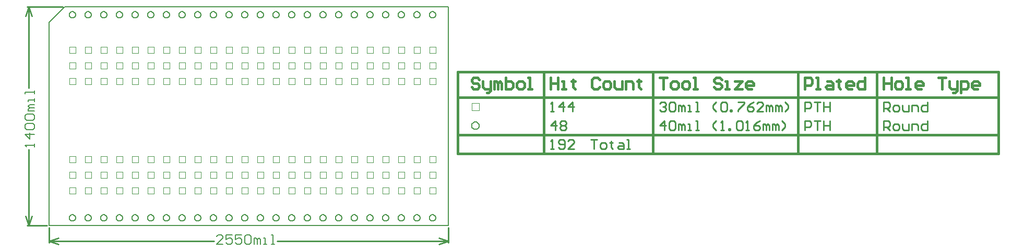
<source format=gbr>
%FSTAX23Y23*%
%MOIN*%
%SFA1B1*%

%IPPOS*%
%ADD10C,0.008000*%
%ADD11C,0.010000*%
%ADD12C,0.005000*%
%ADD13C,0.006000*%
%ADD19C,0.001000*%
%ADD23C,0.007000*%
%ADD24C,0.016000*%
%LNmb979-1*%
%LPD*%
G54D10*
X50598Y5059D02*
D01*
X50597Y50591*
X50597Y50593*
X50597Y50594*
X50597Y50596*
X50596Y50598*
X50595Y50599*
X50595Y50601*
X50594Y50602*
X50593Y50604*
X50592Y50605*
X50591Y50606*
X5059Y50607*
X50588Y50608*
X50587Y50609*
X50586Y5061*
X50584Y50611*
X50582Y50612*
X50581Y50612*
X50579Y50613*
X50578Y50613*
X50576Y50613*
X50574Y50613*
X50573*
X50571Y50613*
X50569Y50613*
X50568Y50613*
X50566Y50612*
X50565Y50612*
X50563Y50611*
X50562Y5061*
X5056Y50609*
X50559Y50608*
X50557Y50607*
X50556Y50606*
X50555Y50605*
X50554Y50604*
X50553Y50602*
X50552Y50601*
X50552Y50599*
X50551Y50598*
X5055Y50596*
X5055Y50594*
X5055Y50593*
X5055Y50591*
X5055Y5059*
X5055Y50588*
X5055Y50586*
X5055Y50585*
X5055Y50583*
X50551Y50581*
X50552Y5058*
X50552Y50578*
X50553Y50577*
X50554Y50575*
X50555Y50574*
X50556Y50573*
X50557Y50572*
X50559Y50571*
X5056Y5057*
X50562Y50569*
X50563Y50568*
X50565Y50567*
X50566Y50567*
X50568Y50566*
X50569Y50566*
X50571Y50566*
X50573Y50566*
X50574*
X50576Y50566*
X50578Y50566*
X50579Y50566*
X50581Y50567*
X50582Y50567*
X50584Y50568*
X50586Y50569*
X50587Y5057*
X50588Y50571*
X5059Y50572*
X50591Y50573*
X50592Y50574*
X50593Y50575*
X50594Y50577*
X50595Y50578*
X50595Y5058*
X50596Y50581*
X50597Y50583*
X50597Y50585*
X50597Y50586*
X50597Y50588*
X50598Y5059*
G54D11*
X504Y4984D02*
Y49938D01*
X4785Y4984D02*
Y49938D01*
X49306Y4985D02*
X504D01*
X4785D02*
X48904D01*
X5034Y4987D02*
X504Y4985D01*
X5034Y4983D02*
X504Y4985D01*
X4785D02*
X4791Y4983D01*
X4785Y4985D02*
X4791Y4987D01*
X4771Y5135D02*
X47938D01*
X4771Y4995D02*
X47838D01*
X4772Y5083D02*
Y5135D01*
Y4995D02*
Y50438D01*
X477Y5129D02*
X4772Y5135D01*
X4774Y5129*
X4772Y4995D02*
X4774Y5001D01*
X477D02*
X4772Y4995D01*
X51054Y5068D02*
X51074D01*
X51064*
Y5074*
X51054Y5073*
X51134Y5068D02*
Y5074D01*
X51104Y5071*
X51144*
X51194Y5068D02*
Y5074D01*
X51164Y5071*
X51204*
X5175Y5073D02*
X5176Y5074D01*
X5178*
X5179Y5073*
Y5072*
X5178Y5071*
X5177*
X5178*
X5179Y507*
Y5069*
X5178Y5068*
X5176*
X5175Y5069*
X5181Y5073D02*
X5182Y5074D01*
X5184*
X5185Y5073*
Y5069*
X5184Y5068*
X5182*
X5181Y5069*
Y5073*
X5187Y5068D02*
Y5072D01*
X5188*
X5189Y5071*
Y5068*
Y5071*
X519Y5072*
X5191Y5071*
Y5068*
X5193D02*
X5195D01*
X5194*
Y5072*
X5193*
X5198Y5068D02*
X52D01*
X5199*
Y5074*
X5198*
X5211Y5068D02*
X5209Y507D01*
Y5072*
X5211Y5074*
X5214Y5073D02*
X5215Y5074D01*
X5217*
X5218Y5073*
Y5069*
X5217Y5068*
X5215*
X5214Y5069*
Y5073*
X522Y5068D02*
Y5069D01*
X5221*
Y5068*
X522*
X5225Y5074D02*
X5229D01*
Y5073*
X5225Y5069*
Y5068*
X52349Y5074D02*
X5233Y5073D01*
X5231Y5071*
Y5069*
X5232Y5068*
X52339*
X52349Y5069*
Y507*
X52339Y5071*
X5231*
X52409Y5068D02*
X52369D01*
X52409Y5072*
Y5073*
X52399Y5074*
X52379*
X52369Y5073*
X52429Y5068D02*
Y5072D01*
X52439*
X52449Y5071*
Y5068*
Y5071*
X52459Y5072*
X52469Y5071*
Y5068*
X52489D02*
Y5072D01*
X52499*
X52509Y5071*
Y5068*
Y5071*
X52519Y5072*
X52529Y5071*
Y5068*
X52549D02*
X52569Y507D01*
Y5072*
X52549Y5074*
X52677Y5068D02*
Y5074D01*
X52707*
X52717Y5073*
Y5071*
X52707Y507*
X52677*
X52737Y5074D02*
X52777D01*
X52757*
Y5068*
X52797Y5074D02*
Y5068D01*
Y5071*
X52837*
Y5074*
Y5068*
X53181D02*
Y5074D01*
X53211*
X53221Y5073*
Y5071*
X53211Y507*
X53181*
X53201D02*
X53221Y5068D01*
X53251D02*
X53271D01*
X53281Y5069*
Y5071*
X53271Y5072*
X53251*
X53241Y5071*
Y5069*
X53251Y5068*
X53301Y5072D02*
Y5069D01*
X53311Y5068*
X53341*
Y5072*
X53361Y5068D02*
Y5072D01*
X53391*
X53401Y5071*
Y5068*
X53461Y5074D02*
Y5068D01*
X53431*
X53421Y5069*
Y5071*
X53431Y5072*
X53461*
X51084Y5056D02*
Y5062D01*
X51054Y5059*
X51094*
X51114Y5061D02*
X51124Y5062D01*
X51144*
X51154Y5061*
Y506*
X51144Y5059*
X51154Y5058*
Y5057*
X51144Y5056*
X51124*
X51114Y5057*
Y5058*
X51124Y5059*
X51114Y506*
Y5061*
X51124Y5059D02*
X51144D01*
X5178Y5056D02*
Y5062D01*
X5175Y5059*
X5179*
X5181Y5061D02*
X5182Y5062D01*
X5184*
X5185Y5061*
Y5057*
X5184Y5056*
X5182*
X5181Y5057*
Y5061*
X5187Y5056D02*
Y506D01*
X5188*
X5189Y5059*
Y5056*
Y5059*
X519Y506*
X5191Y5059*
Y5056*
X5193D02*
X5195D01*
X5194*
Y506*
X5193*
X5198Y5056D02*
X52D01*
X5199*
Y5062*
X5198*
X5211Y5056D02*
X5209Y5058D01*
Y506*
X5211Y5062*
X5214Y5056D02*
X5216D01*
X5215*
Y5062*
X5214Y5061*
X5219Y5056D02*
Y5057D01*
X522*
Y5056*
X5219*
X5224Y5061D02*
X5225Y5062D01*
X5227*
X5228Y5061*
Y5057*
X5227Y5056*
X5225*
X5224Y5057*
Y5061*
X523Y5056D02*
X5232D01*
X5231*
Y5062*
X523Y5061*
X52389Y5062D02*
X52369Y5061D01*
X52349Y5059*
Y5057*
X52359Y5056*
X52379*
X52389Y5057*
Y5058*
X52379Y5059*
X52349*
X52409Y5056D02*
Y506D01*
X52419*
X52429Y5059*
Y5056*
Y5059*
X52439Y506*
X52449Y5059*
Y5056*
X52469D02*
Y506D01*
X52479*
X52489Y5059*
Y5056*
Y5059*
X52499Y506*
X52509Y5059*
Y5056*
X52529D02*
X52549Y5058D01*
Y506*
X52529Y5062*
X52677Y5056D02*
Y5062D01*
X52707*
X52717Y5061*
Y5059*
X52707Y5058*
X52677*
X52737Y5062D02*
X52777D01*
X52757*
Y5056*
X52797Y5062D02*
Y5056D01*
Y5059*
X52837*
Y5062*
Y5056*
X53181D02*
Y5062D01*
X53211*
X53221Y5061*
Y5059*
X53211Y5058*
X53181*
X53201D02*
X53221Y5056D01*
X53251D02*
X53271D01*
X53281Y5057*
Y5059*
X53271Y506*
X53251*
X53241Y5059*
Y5057*
X53251Y5056*
X53301Y506D02*
Y5057D01*
X53311Y5056*
X53341*
Y506*
X53361Y5056D02*
Y506D01*
X53391*
X53401Y5059*
Y5056*
X53461Y5062D02*
Y5056D01*
X53431*
X53421Y5057*
Y5059*
X53431Y506*
X53461*
X51054Y5044D02*
X51074D01*
X51064*
Y505*
X51054Y5049*
X51104Y5045D02*
X51114Y5044D01*
X51134*
X51144Y5045*
Y5049*
X51134Y505*
X51114*
X51104Y5049*
Y5048*
X51114Y5047*
X51144*
X51204Y5044D02*
X51164D01*
X51204Y5048*
Y5049*
X51194Y505*
X51174*
X51164Y5049*
X51312Y505D02*
X51352D01*
X51332*
Y5044*
X51382D02*
X51402D01*
X51412Y5045*
Y5047*
X51402Y5048*
X51382*
X51372Y5047*
Y5045*
X51382Y5044*
X51442Y5049D02*
Y5048D01*
X51432*
X51452*
X51442*
Y5045*
X51452Y5044*
X51492Y5048D02*
X51512D01*
X51522Y5047*
Y5044*
X51492*
X51482Y5045*
X51492Y5046*
X51522*
X51542Y5044D02*
X51562D01*
X51552*
Y505*
X51542*
G54D12*
X4795Y5135D02*
X504D01*
X4785Y4995D02*
Y5125D01*
X4795Y5135*
X504Y4995D02*
Y5135D01*
X4785Y4995D02*
X504D01*
G54D13*
X4896Y4983D02*
X4892D01*
X4896Y4987*
Y4988*
X4895Y4989*
X4893*
X4892Y4988*
X4902Y4989D02*
X4898D01*
Y4986*
X49Y4987*
X4901*
X4902Y4986*
Y4984*
X4901Y4983*
X4899*
X4898Y4984*
X4908Y4989D02*
X4904D01*
Y4986*
X4906Y4987*
X4907*
X4908Y4986*
Y4984*
X4907Y4983*
X4905*
X4904Y4984*
X491Y4988D02*
X4911Y4989D01*
X4913*
X4914Y4988*
Y4984*
X4913Y4983*
X4911*
X491Y4984*
Y4988*
X4916Y4983D02*
Y4987D01*
X4917*
X4918Y4986*
Y4983*
Y4986*
X4919Y4987*
X492Y4986*
Y4983*
X4922D02*
X4924D01*
X4923*
Y4987*
X4922*
X4927Y4983D02*
X4929D01*
X4928*
Y4989*
X4927*
X47756Y50454D02*
Y50474D01*
Y50464*
X47696*
X47706Y50454*
X47756Y50534D02*
X47696D01*
X47726Y50504*
Y50544*
X47706Y50564D02*
X47696Y50574D01*
Y50594*
X47706Y50604*
X47746*
X47756Y50594*
Y50574*
X47746Y50564*
X47706*
Y50624D02*
X47696Y50634D01*
Y50654*
X47706Y50664*
X47746*
X47756Y50654*
Y50634*
X47746Y50624*
X47706*
X47756Y50684D02*
X47716D01*
Y50694*
X47726Y50704*
X47756*
X47726*
X47716Y50714*
X47726Y50724*
X47756*
Y50744D02*
Y50764D01*
Y50754*
X47716*
Y50744*
X47756Y50794D02*
Y50814D01*
Y50804*
X47696*
Y50794*
G54D19*
X5008Y51055D02*
Y51095D01*
X5012*
Y51055*
X5008*
X4998D02*
Y51095D01*
X5002*
Y51055*
X4998*
X4988D02*
Y51095D01*
X4992*
Y51055*
X4988*
X4978D02*
Y51095D01*
X4982*
Y51055*
X4978*
X4968D02*
Y51095D01*
X4972*
Y51055*
X4968*
X4958D02*
Y51095D01*
X4962*
Y51055*
X4958*
X4948D02*
Y51095D01*
X4952*
Y51055*
X4948*
X4938D02*
Y51095D01*
X4942*
Y51055*
X4938*
X4928D02*
Y51095D01*
X4932*
Y51055*
X4928*
X4918D02*
Y51095D01*
X4922*
Y51055*
X4918*
X4908D02*
Y51095D01*
X4912*
Y51055*
X4908*
X4898D02*
Y51095D01*
X4902*
Y51055*
X4898*
X4888D02*
Y51095D01*
X4892*
Y51055*
X4888*
X4838D02*
Y51095D01*
X4842*
Y51055*
X4838*
X4808D02*
Y51095D01*
X4812*
Y51055*
X4808*
X4818D02*
Y51095D01*
X4822*
Y51055*
X4818*
X4798D02*
Y51095D01*
X4802*
Y51055*
X4798*
X4828D02*
Y51095D01*
X4832*
Y51055*
X4828*
X4848D02*
Y51095D01*
X4852*
Y51055*
X4848*
X4858D02*
Y51095D01*
X4862*
Y51055*
X4858*
X4868D02*
Y51095D01*
X4872*
Y51055*
X4868*
X4878D02*
Y51095D01*
X4882*
Y51055*
X4878*
X5028D02*
Y51095D01*
X5032*
Y51055*
X5028*
X5018D02*
Y51095D01*
X5022*
Y51055*
X5018*
Y50355D02*
Y50395D01*
X5022*
Y50355*
X5018*
X5028D02*
Y50395D01*
X5032*
Y50355*
X5028*
X4878D02*
Y50395D01*
X4882*
Y50355*
X4878*
X4868D02*
Y50395D01*
X4872*
Y50355*
X4868*
X4858D02*
Y50395D01*
X4862*
Y50355*
X4858*
X4848D02*
Y50395D01*
X4852*
Y50355*
X4848*
X4828D02*
Y50395D01*
X4832*
Y50355*
X4828*
X4798D02*
Y50395D01*
X4802*
Y50355*
X4798*
X4818D02*
Y50395D01*
X4822*
Y50355*
X4818*
X4808D02*
Y50395D01*
X4812*
Y50355*
X4808*
X4838D02*
Y50395D01*
X4842*
Y50355*
X4838*
X4888D02*
Y50395D01*
X4892*
Y50355*
X4888*
X4898D02*
Y50395D01*
X4902*
Y50355*
X4898*
X4908D02*
Y50395D01*
X4912*
Y50355*
X4908*
X4918D02*
Y50395D01*
X4922*
Y50355*
X4918*
X4928D02*
Y50395D01*
X4932*
Y50355*
X4928*
X4938D02*
Y50395D01*
X4942*
Y50355*
X4938*
X4948D02*
Y50395D01*
X4952*
Y50355*
X4948*
X4958D02*
Y50395D01*
X4962*
Y50355*
X4958*
X4968D02*
Y50395D01*
X4972*
Y50355*
X4968*
X4978D02*
Y50395D01*
X4982*
Y50355*
X4978*
X4988D02*
Y50395D01*
X4992*
Y50355*
X4988*
X4998D02*
Y50395D01*
X5002*
Y50355*
X4998*
X5008D02*
Y50395D01*
X5012*
Y50355*
X5008*
X5028Y50955D02*
Y50995D01*
X5032*
Y50955*
X5028*
Y50855D02*
Y50895D01*
X5032*
Y50855*
X5028*
X5018Y50955D02*
Y50995D01*
X5022*
Y50955*
X5018*
Y50855D02*
Y50895D01*
X5022*
Y50855*
X5018*
X5008Y50955D02*
Y50995D01*
X5012*
Y50955*
X5008*
Y50855D02*
Y50895D01*
X5012*
Y50855*
X5008*
X4998Y50955D02*
Y50995D01*
X5002*
Y50955*
X4998*
Y50855D02*
Y50895D01*
X5002*
Y50855*
X4998*
X4798D02*
Y50895D01*
X4802*
Y50855*
X4798*
X4978Y50955D02*
Y50995D01*
X4982*
Y50955*
X4978*
Y50855D02*
Y50895D01*
X4982*
Y50855*
X4978*
X4968Y50955D02*
Y50995D01*
X4972*
Y50955*
X4968*
Y50855D02*
Y50895D01*
X4972*
Y50855*
X4968*
X4958Y50955D02*
Y50995D01*
X4962*
Y50955*
X4958*
Y50855D02*
Y50895D01*
X4962*
Y50855*
X4958*
X4948Y50955D02*
Y50995D01*
X4952*
Y50955*
X4948*
Y50855D02*
Y50895D01*
X4952*
Y50855*
X4948*
X4938Y50955D02*
Y50995D01*
X4942*
Y50955*
X4938*
Y50855D02*
Y50895D01*
X4942*
Y50855*
X4938*
X4928Y50955D02*
Y50995D01*
X4932*
Y50955*
X4928*
Y50855D02*
Y50895D01*
X4932*
Y50855*
X4928*
X4918Y50955D02*
Y50995D01*
X4922*
Y50955*
X4918*
Y50855D02*
Y50895D01*
X4922*
Y50855*
X4918*
X4908Y50955D02*
Y50995D01*
X4912*
Y50955*
X4908*
Y50855D02*
Y50895D01*
X4912*
Y50855*
X4908*
X4898Y50955D02*
Y50995D01*
X4902*
Y50955*
X4898*
Y50855D02*
Y50895D01*
X4902*
Y50855*
X4898*
X4888Y50955D02*
Y50995D01*
X4892*
Y50955*
X4888*
Y50855D02*
Y50895D01*
X4892*
Y50855*
X4888*
X4878Y50955D02*
Y50995D01*
X4882*
Y50955*
X4878*
Y50855D02*
Y50895D01*
X4882*
Y50855*
X4878*
X4868Y50955D02*
Y50995D01*
X4872*
Y50955*
X4868*
Y50855D02*
Y50895D01*
X4872*
Y50855*
X4868*
X4858Y50955D02*
Y50995D01*
X4862*
Y50955*
X4858*
Y50855D02*
Y50895D01*
X4862*
Y50855*
X4858*
X4848Y50955D02*
Y50995D01*
X4852*
Y50955*
X4848*
Y50855D02*
Y50895D01*
X4852*
Y50855*
X4848*
X4838Y50955D02*
Y50995D01*
X4842*
Y50955*
X4838*
Y50855D02*
Y50895D01*
X4842*
Y50855*
X4838*
X4828Y50955D02*
Y50995D01*
X4832*
Y50955*
X4828*
Y50855D02*
Y50895D01*
X4832*
Y50855*
X4828*
X4818Y50955D02*
Y50995D01*
X4822*
Y50955*
X4818*
Y50855D02*
Y50895D01*
X4822*
Y50855*
X4818*
X4808Y50955D02*
Y50995D01*
X4812*
Y50955*
X4808*
Y50855D02*
Y50895D01*
X4812*
Y50855*
X4808*
X4798Y50955D02*
Y50995D01*
X4802*
Y50955*
X4798*
X4988D02*
Y50995D01*
X4992*
Y50955*
X4988*
Y50855D02*
Y50895D01*
X4992*
Y50855*
X4988*
X5028Y50255D02*
Y50295D01*
X5032*
Y50255*
X5028*
Y50155D02*
Y50195D01*
X5032*
Y50155*
X5028*
X5018Y50255D02*
Y50295D01*
X5022*
Y50255*
X5018*
Y50155D02*
Y50195D01*
X5022*
Y50155*
X5018*
X5008Y50255D02*
Y50295D01*
X5012*
Y50255*
X5008*
Y50155D02*
Y50195D01*
X5012*
Y50155*
X5008*
X4998Y50255D02*
Y50295D01*
X5002*
Y50255*
X4998*
Y50155D02*
Y50195D01*
X5002*
Y50155*
X4998*
X4798D02*
Y50195D01*
X4802*
Y50155*
X4798*
X4978Y50255D02*
Y50295D01*
X4982*
Y50255*
X4978*
Y50155D02*
Y50195D01*
X4982*
Y50155*
X4978*
X4968Y50255D02*
Y50295D01*
X4972*
Y50255*
X4968*
Y50155D02*
Y50195D01*
X4972*
Y50155*
X4968*
X4958Y50255D02*
Y50295D01*
X4962*
Y50255*
X4958*
Y50155D02*
Y50195D01*
X4962*
Y50155*
X4958*
X4948Y50255D02*
Y50295D01*
X4952*
Y50255*
X4948*
Y50155D02*
Y50195D01*
X4952*
Y50155*
X4948*
X4938Y50255D02*
Y50295D01*
X4942*
Y50255*
X4938*
Y50155D02*
Y50195D01*
X4942*
Y50155*
X4938*
X4928Y50255D02*
Y50295D01*
X4932*
Y50255*
X4928*
Y50155D02*
Y50195D01*
X4932*
Y50155*
X4928*
X4918Y50255D02*
Y50295D01*
X4922*
Y50255*
X4918*
Y50155D02*
Y50195D01*
X4922*
Y50155*
X4918*
X4908Y50255D02*
Y50295D01*
X4912*
Y50255*
X4908*
Y50155D02*
Y50195D01*
X4912*
Y50155*
X4908*
X4898Y50255D02*
Y50295D01*
X4902*
Y50255*
X4898*
Y50155D02*
Y50195D01*
X4902*
Y50155*
X4898*
X4888Y50255D02*
Y50295D01*
X4892*
Y50255*
X4888*
Y50155D02*
Y50195D01*
X4892*
Y50155*
X4888*
X4878Y50255D02*
Y50295D01*
X4882*
Y50255*
X4878*
Y50155D02*
Y50195D01*
X4882*
Y50155*
X4878*
X4868Y50255D02*
Y50295D01*
X4872*
Y50255*
X4868*
Y50155D02*
Y50195D01*
X4872*
Y50155*
X4868*
X4858Y50255D02*
Y50295D01*
X4862*
Y50255*
X4858*
Y50155D02*
Y50195D01*
X4862*
Y50155*
X4858*
X4848Y50255D02*
Y50295D01*
X4852*
Y50255*
X4848*
Y50155D02*
Y50195D01*
X4852*
Y50155*
X4848*
X4838Y50255D02*
Y50295D01*
X4842*
Y50255*
X4838*
Y50155D02*
Y50195D01*
X4842*
Y50155*
X4838*
X4828Y50255D02*
Y50295D01*
X4832*
Y50255*
X4828*
Y50155D02*
Y50195D01*
X4832*
Y50155*
X4828*
X4818Y50255D02*
Y50295D01*
X4822*
Y50255*
X4818*
Y50155D02*
Y50195D01*
X4822*
Y50155*
X4818*
X4808Y50255D02*
Y50295D01*
X4812*
Y50255*
X4808*
Y50155D02*
Y50195D01*
X4812*
Y50155*
X4808*
X4798Y50255D02*
Y50295D01*
X4802*
Y50255*
X4798*
X4988D02*
Y50295D01*
X4992*
Y50255*
X4988*
Y50155D02*
Y50195D01*
X4992*
Y50155*
X4988*
X5055Y50686D02*
Y50734D01*
X50598*
Y50686*
X5055*
G54D23*
X4912Y513D02*
D01*
X49119Y51301*
X49119Y51302*
X49119Y51304*
X49119Y51305*
X49118Y51306*
X49118Y51308*
X49117Y51309*
X49116Y5131*
X49116Y51311*
X49115Y51312*
X49114Y51313*
X49113Y51314*
X49112Y51315*
X49111Y51316*
X4911Y51317*
X49108Y51317*
X49107Y51318*
X49106Y51319*
X49104Y51319*
X49103Y51319*
X49102Y51319*
X491Y51319*
X49099*
X49097Y51319*
X49096Y51319*
X49095Y51319*
X49093Y51319*
X49092Y51318*
X49091Y51317*
X4909Y51317*
X49088Y51316*
X49087Y51315*
X49086Y51314*
X49085Y51313*
X49084Y51312*
X49083Y51311*
X49083Y5131*
X49082Y51309*
X49081Y51308*
X49081Y51306*
X4908Y51305*
X4908Y51304*
X4908Y51302*
X4908Y51301*
X4908Y513*
X4908Y51298*
X4908Y51297*
X4908Y51295*
X4908Y51294*
X49081Y51293*
X49081Y51291*
X49082Y5129*
X49083Y51289*
X49083Y51288*
X49084Y51287*
X49085Y51286*
X49086Y51285*
X49087Y51284*
X49088Y51283*
X4909Y51282*
X49091Y51282*
X49092Y51281*
X49093Y5128*
X49095Y5128*
X49096Y5128*
X49097Y5128*
X49099Y5128*
X491*
X49102Y5128*
X49103Y5128*
X49104Y5128*
X49106Y5128*
X49107Y51281*
X49108Y51282*
X4911Y51282*
X49111Y51283*
X49112Y51284*
X49113Y51285*
X49114Y51286*
X49115Y51287*
X49116Y51288*
X49116Y51289*
X49117Y5129*
X49118Y51291*
X49118Y51293*
X49119Y51294*
X49119Y51295*
X49119Y51297*
X49119Y51298*
X4912Y513*
X4862D02*
D01*
X48619Y51301*
X48619Y51302*
X48619Y51304*
X48619Y51305*
X48618Y51306*
X48618Y51308*
X48617Y51309*
X48616Y5131*
X48616Y51311*
X48615Y51312*
X48614Y51313*
X48613Y51314*
X48612Y51315*
X48611Y51316*
X4861Y51317*
X48608Y51317*
X48607Y51318*
X48606Y51319*
X48604Y51319*
X48603Y51319*
X48602Y51319*
X486Y51319*
X48599*
X48597Y51319*
X48596Y51319*
X48595Y51319*
X48593Y51319*
X48592Y51318*
X48591Y51317*
X4859Y51317*
X48588Y51316*
X48587Y51315*
X48586Y51314*
X48585Y51313*
X48584Y51312*
X48583Y51311*
X48583Y5131*
X48582Y51309*
X48581Y51308*
X48581Y51306*
X4858Y51305*
X4858Y51304*
X4858Y51302*
X4858Y51301*
X4858Y513*
X4858Y51298*
X4858Y51297*
X4858Y51295*
X4858Y51294*
X48581Y51293*
X48581Y51291*
X48582Y5129*
X48583Y51289*
X48583Y51288*
X48584Y51287*
X48585Y51286*
X48586Y51285*
X48587Y51284*
X48588Y51283*
X4859Y51282*
X48591Y51282*
X48592Y51281*
X48593Y5128*
X48595Y5128*
X48596Y5128*
X48597Y5128*
X48599Y5128*
X486*
X48602Y5128*
X48603Y5128*
X48604Y5128*
X48606Y5128*
X48607Y51281*
X48608Y51282*
X4861Y51282*
X48611Y51283*
X48612Y51284*
X48613Y51285*
X48614Y51286*
X48615Y51287*
X48616Y51288*
X48616Y51289*
X48617Y5129*
X48618Y51291*
X48618Y51293*
X48619Y51294*
X48619Y51295*
X48619Y51297*
X48619Y51298*
X4862Y513*
X4882D02*
D01*
X48819Y51301*
X48819Y51302*
X48819Y51304*
X48819Y51305*
X48818Y51306*
X48818Y51308*
X48817Y51309*
X48816Y5131*
X48816Y51311*
X48815Y51312*
X48814Y51313*
X48813Y51314*
X48812Y51315*
X48811Y51316*
X4881Y51317*
X48808Y51317*
X48807Y51318*
X48806Y51319*
X48804Y51319*
X48803Y51319*
X48802Y51319*
X488Y51319*
X48799*
X48797Y51319*
X48796Y51319*
X48795Y51319*
X48793Y51319*
X48792Y51318*
X48791Y51317*
X4879Y51317*
X48788Y51316*
X48787Y51315*
X48786Y51314*
X48785Y51313*
X48784Y51312*
X48783Y51311*
X48783Y5131*
X48782Y51309*
X48781Y51308*
X48781Y51306*
X4878Y51305*
X4878Y51304*
X4878Y51302*
X4878Y51301*
X4878Y513*
X4878Y51298*
X4878Y51297*
X4878Y51295*
X4878Y51294*
X48781Y51293*
X48781Y51291*
X48782Y5129*
X48783Y51289*
X48783Y51288*
X48784Y51287*
X48785Y51286*
X48786Y51285*
X48787Y51284*
X48788Y51283*
X4879Y51282*
X48791Y51282*
X48792Y51281*
X48793Y5128*
X48795Y5128*
X48796Y5128*
X48797Y5128*
X48799Y5128*
X488*
X48802Y5128*
X48803Y5128*
X48804Y5128*
X48806Y5128*
X48807Y51281*
X48808Y51282*
X4881Y51282*
X48811Y51283*
X48812Y51284*
X48813Y51285*
X48814Y51286*
X48815Y51287*
X48816Y51288*
X48816Y51289*
X48817Y5129*
X48818Y51291*
X48818Y51293*
X48819Y51294*
X48819Y51295*
X48819Y51297*
X48819Y51298*
X4882Y513*
X5032Y5D02*
D01*
X50319Y50001*
X50319Y50002*
X50319Y50004*
X50319Y50005*
X50318Y50006*
X50318Y50008*
X50317Y50009*
X50316Y5001*
X50316Y50011*
X50315Y50012*
X50314Y50013*
X50313Y50014*
X50312Y50015*
X50311Y50016*
X5031Y50017*
X50308Y50017*
X50307Y50018*
X50306Y50019*
X50304Y50019*
X50303Y50019*
X50302Y50019*
X503Y50019*
X50299*
X50297Y50019*
X50296Y50019*
X50295Y50019*
X50293Y50019*
X50292Y50018*
X50291Y50017*
X5029Y50017*
X50288Y50016*
X50287Y50015*
X50286Y50014*
X50285Y50013*
X50284Y50012*
X50283Y50011*
X50283Y5001*
X50282Y50009*
X50281Y50008*
X50281Y50006*
X5028Y50005*
X5028Y50004*
X5028Y50002*
X5028Y50001*
X5028Y5*
X5028Y49998*
X5028Y49997*
X5028Y49995*
X5028Y49994*
X50281Y49993*
X50281Y49991*
X50282Y4999*
X50283Y49989*
X50283Y49988*
X50284Y49987*
X50285Y49986*
X50286Y49985*
X50287Y49984*
X50288Y49983*
X5029Y49982*
X50291Y49982*
X50292Y49981*
X50293Y4998*
X50295Y4998*
X50296Y4998*
X50297Y4998*
X50299Y4998*
X503*
X50302Y4998*
X50303Y4998*
X50304Y4998*
X50306Y4998*
X50307Y49981*
X50308Y49982*
X5031Y49982*
X50311Y49983*
X50312Y49984*
X50313Y49985*
X50314Y49986*
X50315Y49987*
X50316Y49988*
X50316Y49989*
X50317Y4999*
X50318Y49991*
X50318Y49993*
X50319Y49994*
X50319Y49995*
X50319Y49997*
X50319Y49998*
X5032Y5*
X5022D02*
D01*
X50219Y50001*
X50219Y50002*
X50219Y50004*
X50219Y50005*
X50218Y50006*
X50218Y50008*
X50217Y50009*
X50216Y5001*
X50216Y50011*
X50215Y50012*
X50214Y50013*
X50213Y50014*
X50212Y50015*
X50211Y50016*
X5021Y50017*
X50208Y50017*
X50207Y50018*
X50206Y50019*
X50204Y50019*
X50203Y50019*
X50202Y50019*
X502Y50019*
X50199*
X50197Y50019*
X50196Y50019*
X50195Y50019*
X50193Y50019*
X50192Y50018*
X50191Y50017*
X5019Y50017*
X50188Y50016*
X50187Y50015*
X50186Y50014*
X50185Y50013*
X50184Y50012*
X50183Y50011*
X50183Y5001*
X50182Y50009*
X50181Y50008*
X50181Y50006*
X5018Y50005*
X5018Y50004*
X5018Y50002*
X5018Y50001*
X5018Y5*
X5018Y49998*
X5018Y49997*
X5018Y49995*
X5018Y49994*
X50181Y49993*
X50181Y49991*
X50182Y4999*
X50183Y49989*
X50183Y49988*
X50184Y49987*
X50185Y49986*
X50186Y49985*
X50187Y49984*
X50188Y49983*
X5019Y49982*
X50191Y49982*
X50192Y49981*
X50193Y4998*
X50195Y4998*
X50196Y4998*
X50197Y4998*
X50199Y4998*
X502*
X50202Y4998*
X50203Y4998*
X50204Y4998*
X50206Y4998*
X50207Y49981*
X50208Y49982*
X5021Y49982*
X50211Y49983*
X50212Y49984*
X50213Y49985*
X50214Y49986*
X50215Y49987*
X50216Y49988*
X50216Y49989*
X50217Y4999*
X50218Y49991*
X50218Y49993*
X50219Y49994*
X50219Y49995*
X50219Y49997*
X50219Y49998*
X5022Y5*
X4902Y513D02*
D01*
X49019Y51301*
X49019Y51302*
X49019Y51304*
X49019Y51305*
X49018Y51306*
X49018Y51308*
X49017Y51309*
X49016Y5131*
X49016Y51311*
X49015Y51312*
X49014Y51313*
X49013Y51314*
X49012Y51315*
X49011Y51316*
X4901Y51317*
X49008Y51317*
X49007Y51318*
X49006Y51319*
X49004Y51319*
X49003Y51319*
X49002Y51319*
X49Y51319*
X48999*
X48997Y51319*
X48996Y51319*
X48995Y51319*
X48993Y51319*
X48992Y51318*
X48991Y51317*
X4899Y51317*
X48988Y51316*
X48987Y51315*
X48986Y51314*
X48985Y51313*
X48984Y51312*
X48983Y51311*
X48983Y5131*
X48982Y51309*
X48981Y51308*
X48981Y51306*
X4898Y51305*
X4898Y51304*
X4898Y51302*
X4898Y51301*
X4898Y513*
X4898Y51298*
X4898Y51297*
X4898Y51295*
X4898Y51294*
X48981Y51293*
X48981Y51291*
X48982Y5129*
X48983Y51289*
X48983Y51288*
X48984Y51287*
X48985Y51286*
X48986Y51285*
X48987Y51284*
X48988Y51283*
X4899Y51282*
X48991Y51282*
X48992Y51281*
X48993Y5128*
X48995Y5128*
X48996Y5128*
X48997Y5128*
X48999Y5128*
X49*
X49002Y5128*
X49003Y5128*
X49004Y5128*
X49006Y5128*
X49007Y51281*
X49008Y51282*
X4901Y51282*
X49011Y51283*
X49012Y51284*
X49013Y51285*
X49014Y51286*
X49015Y51287*
X49016Y51288*
X49016Y51289*
X49017Y5129*
X49018Y51291*
X49018Y51293*
X49019Y51294*
X49019Y51295*
X49019Y51297*
X49019Y51298*
X4902Y513*
X4892D02*
D01*
X48919Y51301*
X48919Y51302*
X48919Y51304*
X48919Y51305*
X48918Y51306*
X48918Y51308*
X48917Y51309*
X48916Y5131*
X48916Y51311*
X48915Y51312*
X48914Y51313*
X48913Y51314*
X48912Y51315*
X48911Y51316*
X4891Y51317*
X48908Y51317*
X48907Y51318*
X48906Y51319*
X48904Y51319*
X48903Y51319*
X48902Y51319*
X489Y51319*
X48899*
X48897Y51319*
X48896Y51319*
X48895Y51319*
X48893Y51319*
X48892Y51318*
X48891Y51317*
X4889Y51317*
X48888Y51316*
X48887Y51315*
X48886Y51314*
X48885Y51313*
X48884Y51312*
X48883Y51311*
X48883Y5131*
X48882Y51309*
X48881Y51308*
X48881Y51306*
X4888Y51305*
X4888Y51304*
X4888Y51302*
X4888Y51301*
X4888Y513*
X4888Y51298*
X4888Y51297*
X4888Y51295*
X4888Y51294*
X48881Y51293*
X48881Y51291*
X48882Y5129*
X48883Y51289*
X48883Y51288*
X48884Y51287*
X48885Y51286*
X48886Y51285*
X48887Y51284*
X48888Y51283*
X4889Y51282*
X48891Y51282*
X48892Y51281*
X48893Y5128*
X48895Y5128*
X48896Y5128*
X48897Y5128*
X48899Y5128*
X489*
X48902Y5128*
X48903Y5128*
X48904Y5128*
X48906Y5128*
X48907Y51281*
X48908Y51282*
X4891Y51282*
X48911Y51283*
X48912Y51284*
X48913Y51285*
X48914Y51286*
X48915Y51287*
X48916Y51288*
X48916Y51289*
X48917Y5129*
X48918Y51291*
X48918Y51293*
X48919Y51294*
X48919Y51295*
X48919Y51297*
X48919Y51298*
X4892Y513*
X5012Y5D02*
D01*
X50119Y50001*
X50119Y50002*
X50119Y50004*
X50119Y50005*
X50118Y50006*
X50118Y50008*
X50117Y50009*
X50116Y5001*
X50116Y50011*
X50115Y50012*
X50114Y50013*
X50113Y50014*
X50112Y50015*
X50111Y50016*
X5011Y50017*
X50108Y50017*
X50107Y50018*
X50106Y50019*
X50104Y50019*
X50103Y50019*
X50102Y50019*
X501Y50019*
X50099*
X50097Y50019*
X50096Y50019*
X50095Y50019*
X50093Y50019*
X50092Y50018*
X50091Y50017*
X5009Y50017*
X50088Y50016*
X50087Y50015*
X50086Y50014*
X50085Y50013*
X50084Y50012*
X50083Y50011*
X50083Y5001*
X50082Y50009*
X50081Y50008*
X50081Y50006*
X5008Y50005*
X5008Y50004*
X5008Y50002*
X5008Y50001*
X5008Y5*
X5008Y49998*
X5008Y49997*
X5008Y49995*
X5008Y49994*
X50081Y49993*
X50081Y49991*
X50082Y4999*
X50083Y49989*
X50083Y49988*
X50084Y49987*
X50085Y49986*
X50086Y49985*
X50087Y49984*
X50088Y49983*
X5009Y49982*
X50091Y49982*
X50092Y49981*
X50093Y4998*
X50095Y4998*
X50096Y4998*
X50097Y4998*
X50099Y4998*
X501*
X50102Y4998*
X50103Y4998*
X50104Y4998*
X50106Y4998*
X50107Y49981*
X50108Y49982*
X5011Y49982*
X50111Y49983*
X50112Y49984*
X50113Y49985*
X50114Y49986*
X50115Y49987*
X50116Y49988*
X50116Y49989*
X50117Y4999*
X50118Y49991*
X50118Y49993*
X50119Y49994*
X50119Y49995*
X50119Y49997*
X50119Y49998*
X5012Y5*
X5002D02*
D01*
X50019Y50001*
X50019Y50002*
X50019Y50004*
X50019Y50005*
X50018Y50006*
X50018Y50008*
X50017Y50009*
X50016Y5001*
X50016Y50011*
X50015Y50012*
X50014Y50013*
X50013Y50014*
X50012Y50015*
X50011Y50016*
X5001Y50017*
X50008Y50017*
X50007Y50018*
X50006Y50019*
X50004Y50019*
X50003Y50019*
X50002Y50019*
X5Y50019*
X49999*
X49997Y50019*
X49996Y50019*
X49995Y50019*
X49993Y50019*
X49992Y50018*
X49991Y50017*
X4999Y50017*
X49988Y50016*
X49987Y50015*
X49986Y50014*
X49985Y50013*
X49984Y50012*
X49983Y50011*
X49983Y5001*
X49982Y50009*
X49981Y50008*
X49981Y50006*
X4998Y50005*
X4998Y50004*
X4998Y50002*
X4998Y50001*
X4998Y5*
X4998Y49998*
X4998Y49997*
X4998Y49995*
X4998Y49994*
X49981Y49993*
X49981Y49991*
X49982Y4999*
X49983Y49989*
X49983Y49988*
X49984Y49987*
X49985Y49986*
X49986Y49985*
X49987Y49984*
X49988Y49983*
X4999Y49982*
X49991Y49982*
X49992Y49981*
X49993Y4998*
X49995Y4998*
X49996Y4998*
X49997Y4998*
X49999Y4998*
X5*
X50002Y4998*
X50003Y4998*
X50004Y4998*
X50006Y4998*
X50007Y49981*
X50008Y49982*
X5001Y49982*
X50011Y49983*
X50012Y49984*
X50013Y49985*
X50014Y49986*
X50015Y49987*
X50016Y49988*
X50016Y49989*
X50017Y4999*
X50018Y49991*
X50018Y49993*
X50019Y49994*
X50019Y49995*
X50019Y49997*
X50019Y49998*
X5002Y5*
X4872Y513D02*
D01*
X48719Y51301*
X48719Y51302*
X48719Y51304*
X48719Y51305*
X48718Y51306*
X48718Y51308*
X48717Y51309*
X48716Y5131*
X48716Y51311*
X48715Y51312*
X48714Y51313*
X48713Y51314*
X48712Y51315*
X48711Y51316*
X4871Y51317*
X48708Y51317*
X48707Y51318*
X48706Y51319*
X48704Y51319*
X48703Y51319*
X48702Y51319*
X487Y51319*
X48699*
X48697Y51319*
X48696Y51319*
X48695Y51319*
X48693Y51319*
X48692Y51318*
X48691Y51317*
X4869Y51317*
X48688Y51316*
X48687Y51315*
X48686Y51314*
X48685Y51313*
X48684Y51312*
X48683Y51311*
X48683Y5131*
X48682Y51309*
X48681Y51308*
X48681Y51306*
X4868Y51305*
X4868Y51304*
X4868Y51302*
X4868Y51301*
X4868Y513*
X4868Y51298*
X4868Y51297*
X4868Y51295*
X4868Y51294*
X48681Y51293*
X48681Y51291*
X48682Y5129*
X48683Y51289*
X48683Y51288*
X48684Y51287*
X48685Y51286*
X48686Y51285*
X48687Y51284*
X48688Y51283*
X4869Y51282*
X48691Y51282*
X48692Y51281*
X48693Y5128*
X48695Y5128*
X48696Y5128*
X48697Y5128*
X48699Y5128*
X487*
X48702Y5128*
X48703Y5128*
X48704Y5128*
X48706Y5128*
X48707Y51281*
X48708Y51282*
X4871Y51282*
X48711Y51283*
X48712Y51284*
X48713Y51285*
X48714Y51286*
X48715Y51287*
X48716Y51288*
X48716Y51289*
X48717Y5129*
X48718Y51291*
X48718Y51293*
X48719Y51294*
X48719Y51295*
X48719Y51297*
X48719Y51298*
X4872Y513*
X4992Y5D02*
D01*
X49919Y50001*
X49919Y50002*
X49919Y50004*
X49919Y50005*
X49918Y50006*
X49918Y50008*
X49917Y50009*
X49916Y5001*
X49916Y50011*
X49915Y50012*
X49914Y50013*
X49913Y50014*
X49912Y50015*
X49911Y50016*
X4991Y50017*
X49908Y50017*
X49907Y50018*
X49906Y50019*
X49904Y50019*
X49903Y50019*
X49902Y50019*
X499Y50019*
X49899*
X49897Y50019*
X49896Y50019*
X49895Y50019*
X49893Y50019*
X49892Y50018*
X49891Y50017*
X4989Y50017*
X49888Y50016*
X49887Y50015*
X49886Y50014*
X49885Y50013*
X49884Y50012*
X49883Y50011*
X49883Y5001*
X49882Y50009*
X49881Y50008*
X49881Y50006*
X4988Y50005*
X4988Y50004*
X4988Y50002*
X4988Y50001*
X4988Y5*
X4988Y49998*
X4988Y49997*
X4988Y49995*
X4988Y49994*
X49881Y49993*
X49881Y49991*
X49882Y4999*
X49883Y49989*
X49883Y49988*
X49884Y49987*
X49885Y49986*
X49886Y49985*
X49887Y49984*
X49888Y49983*
X4989Y49982*
X49891Y49982*
X49892Y49981*
X49893Y4998*
X49895Y4998*
X49896Y4998*
X49897Y4998*
X49899Y4998*
X499*
X49902Y4998*
X49903Y4998*
X49904Y4998*
X49906Y4998*
X49907Y49981*
X49908Y49982*
X4991Y49982*
X49911Y49983*
X49912Y49984*
X49913Y49985*
X49914Y49986*
X49915Y49987*
X49916Y49988*
X49916Y49989*
X49917Y4999*
X49918Y49991*
X49918Y49993*
X49919Y49994*
X49919Y49995*
X49919Y49997*
X49919Y49998*
X4992Y5*
X4982D02*
D01*
X49819Y50001*
X49819Y50002*
X49819Y50004*
X49819Y50005*
X49818Y50006*
X49818Y50008*
X49817Y50009*
X49816Y5001*
X49816Y50011*
X49815Y50012*
X49814Y50013*
X49813Y50014*
X49812Y50015*
X49811Y50016*
X4981Y50017*
X49808Y50017*
X49807Y50018*
X49806Y50019*
X49804Y50019*
X49803Y50019*
X49802Y50019*
X498Y50019*
X49799*
X49797Y50019*
X49796Y50019*
X49795Y50019*
X49793Y50019*
X49792Y50018*
X49791Y50017*
X4979Y50017*
X49788Y50016*
X49787Y50015*
X49786Y50014*
X49785Y50013*
X49784Y50012*
X49783Y50011*
X49783Y5001*
X49782Y50009*
X49781Y50008*
X49781Y50006*
X4978Y50005*
X4978Y50004*
X4978Y50002*
X4978Y50001*
X4978Y5*
X4978Y49998*
X4978Y49997*
X4978Y49995*
X4978Y49994*
X49781Y49993*
X49781Y49991*
X49782Y4999*
X49783Y49989*
X49783Y49988*
X49784Y49987*
X49785Y49986*
X49786Y49985*
X49787Y49984*
X49788Y49983*
X4979Y49982*
X49791Y49982*
X49792Y49981*
X49793Y4998*
X49795Y4998*
X49796Y4998*
X49797Y4998*
X49799Y4998*
X498*
X49802Y4998*
X49803Y4998*
X49804Y4998*
X49806Y4998*
X49807Y49981*
X49808Y49982*
X4981Y49982*
X49811Y49983*
X49812Y49984*
X49813Y49985*
X49814Y49986*
X49815Y49987*
X49816Y49988*
X49816Y49989*
X49817Y4999*
X49818Y49991*
X49818Y49993*
X49819Y49994*
X49819Y49995*
X49819Y49997*
X49819Y49998*
X4982Y5*
X4852Y513D02*
D01*
X48519Y51301*
X48519Y51302*
X48519Y51304*
X48519Y51305*
X48518Y51306*
X48518Y51308*
X48517Y51309*
X48516Y5131*
X48516Y51311*
X48515Y51312*
X48514Y51313*
X48513Y51314*
X48512Y51315*
X48511Y51316*
X4851Y51317*
X48508Y51317*
X48507Y51318*
X48506Y51319*
X48504Y51319*
X48503Y51319*
X48502Y51319*
X485Y51319*
X48499*
X48497Y51319*
X48496Y51319*
X48495Y51319*
X48493Y51319*
X48492Y51318*
X48491Y51317*
X4849Y51317*
X48488Y51316*
X48487Y51315*
X48486Y51314*
X48485Y51313*
X48484Y51312*
X48483Y51311*
X48483Y5131*
X48482Y51309*
X48481Y51308*
X48481Y51306*
X4848Y51305*
X4848Y51304*
X4848Y51302*
X4848Y51301*
X4848Y513*
X4848Y51298*
X4848Y51297*
X4848Y51295*
X4848Y51294*
X48481Y51293*
X48481Y51291*
X48482Y5129*
X48483Y51289*
X48483Y51288*
X48484Y51287*
X48485Y51286*
X48486Y51285*
X48487Y51284*
X48488Y51283*
X4849Y51282*
X48491Y51282*
X48492Y51281*
X48493Y5128*
X48495Y5128*
X48496Y5128*
X48497Y5128*
X48499Y5128*
X485*
X48502Y5128*
X48503Y5128*
X48504Y5128*
X48506Y5128*
X48507Y51281*
X48508Y51282*
X4851Y51282*
X48511Y51283*
X48512Y51284*
X48513Y51285*
X48514Y51286*
X48515Y51287*
X48516Y51288*
X48516Y51289*
X48517Y5129*
X48518Y51291*
X48518Y51293*
X48519Y51294*
X48519Y51295*
X48519Y51297*
X48519Y51298*
X4852Y513*
X4842D02*
D01*
X48419Y51301*
X48419Y51302*
X48419Y51304*
X48419Y51305*
X48418Y51306*
X48418Y51308*
X48417Y51309*
X48416Y5131*
X48416Y51311*
X48415Y51312*
X48414Y51313*
X48413Y51314*
X48412Y51315*
X48411Y51316*
X4841Y51317*
X48408Y51317*
X48407Y51318*
X48406Y51319*
X48404Y51319*
X48403Y51319*
X48402Y51319*
X484Y51319*
X48399*
X48397Y51319*
X48396Y51319*
X48395Y51319*
X48393Y51319*
X48392Y51318*
X48391Y51317*
X4839Y51317*
X48388Y51316*
X48387Y51315*
X48386Y51314*
X48385Y51313*
X48384Y51312*
X48383Y51311*
X48383Y5131*
X48382Y51309*
X48381Y51308*
X48381Y51306*
X4838Y51305*
X4838Y51304*
X4838Y51302*
X4838Y51301*
X4838Y513*
X4838Y51298*
X4838Y51297*
X4838Y51295*
X4838Y51294*
X48381Y51293*
X48381Y51291*
X48382Y5129*
X48383Y51289*
X48383Y51288*
X48384Y51287*
X48385Y51286*
X48386Y51285*
X48387Y51284*
X48388Y51283*
X4839Y51282*
X48391Y51282*
X48392Y51281*
X48393Y5128*
X48395Y5128*
X48396Y5128*
X48397Y5128*
X48399Y5128*
X484*
X48402Y5128*
X48403Y5128*
X48404Y5128*
X48406Y5128*
X48407Y51281*
X48408Y51282*
X4841Y51282*
X48411Y51283*
X48412Y51284*
X48413Y51285*
X48414Y51286*
X48415Y51287*
X48416Y51288*
X48416Y51289*
X48417Y5129*
X48418Y51291*
X48418Y51293*
X48419Y51294*
X48419Y51295*
X48419Y51297*
X48419Y51298*
X4842Y513*
X4832D02*
D01*
X48319Y51301*
X48319Y51302*
X48319Y51304*
X48319Y51305*
X48318Y51306*
X48318Y51308*
X48317Y51309*
X48316Y5131*
X48316Y51311*
X48315Y51312*
X48314Y51313*
X48313Y51314*
X48312Y51315*
X48311Y51316*
X4831Y51317*
X48308Y51317*
X48307Y51318*
X48306Y51319*
X48304Y51319*
X48303Y51319*
X48302Y51319*
X483Y51319*
X48299*
X48297Y51319*
X48296Y51319*
X48295Y51319*
X48293Y51319*
X48292Y51318*
X48291Y51317*
X4829Y51317*
X48288Y51316*
X48287Y51315*
X48286Y51314*
X48285Y51313*
X48284Y51312*
X48283Y51311*
X48283Y5131*
X48282Y51309*
X48281Y51308*
X48281Y51306*
X4828Y51305*
X4828Y51304*
X4828Y51302*
X4828Y51301*
X4828Y513*
X4828Y51298*
X4828Y51297*
X4828Y51295*
X4828Y51294*
X48281Y51293*
X48281Y51291*
X48282Y5129*
X48283Y51289*
X48283Y51288*
X48284Y51287*
X48285Y51286*
X48286Y51285*
X48287Y51284*
X48288Y51283*
X4829Y51282*
X48291Y51282*
X48292Y51281*
X48293Y5128*
X48295Y5128*
X48296Y5128*
X48297Y5128*
X48299Y5128*
X483*
X48302Y5128*
X48303Y5128*
X48304Y5128*
X48306Y5128*
X48307Y51281*
X48308Y51282*
X4831Y51282*
X48311Y51283*
X48312Y51284*
X48313Y51285*
X48314Y51286*
X48315Y51287*
X48316Y51288*
X48316Y51289*
X48317Y5129*
X48318Y51291*
X48318Y51293*
X48319Y51294*
X48319Y51295*
X48319Y51297*
X48319Y51298*
X4832Y513*
X4822D02*
D01*
X48219Y51301*
X48219Y51302*
X48219Y51304*
X48219Y51305*
X48218Y51306*
X48218Y51308*
X48217Y51309*
X48216Y5131*
X48216Y51311*
X48215Y51312*
X48214Y51313*
X48213Y51314*
X48212Y51315*
X48211Y51316*
X4821Y51317*
X48208Y51317*
X48207Y51318*
X48206Y51319*
X48204Y51319*
X48203Y51319*
X48202Y51319*
X482Y51319*
X48199*
X48197Y51319*
X48196Y51319*
X48195Y51319*
X48193Y51319*
X48192Y51318*
X48191Y51317*
X4819Y51317*
X48188Y51316*
X48187Y51315*
X48186Y51314*
X48185Y51313*
X48184Y51312*
X48183Y51311*
X48183Y5131*
X48182Y51309*
X48181Y51308*
X48181Y51306*
X4818Y51305*
X4818Y51304*
X4818Y51302*
X4818Y51301*
X4818Y513*
X4818Y51298*
X4818Y51297*
X4818Y51295*
X4818Y51294*
X48181Y51293*
X48181Y51291*
X48182Y5129*
X48183Y51289*
X48183Y51288*
X48184Y51287*
X48185Y51286*
X48186Y51285*
X48187Y51284*
X48188Y51283*
X4819Y51282*
X48191Y51282*
X48192Y51281*
X48193Y5128*
X48195Y5128*
X48196Y5128*
X48197Y5128*
X48199Y5128*
X482*
X48202Y5128*
X48203Y5128*
X48204Y5128*
X48206Y5128*
X48207Y51281*
X48208Y51282*
X4821Y51282*
X48211Y51283*
X48212Y51284*
X48213Y51285*
X48214Y51286*
X48215Y51287*
X48216Y51288*
X48216Y51289*
X48217Y5129*
X48218Y51291*
X48218Y51293*
X48219Y51294*
X48219Y51295*
X48219Y51297*
X48219Y51298*
X4822Y513*
X4812D02*
D01*
X48119Y51301*
X48119Y51302*
X48119Y51304*
X48119Y51305*
X48118Y51306*
X48118Y51308*
X48117Y51309*
X48116Y5131*
X48116Y51311*
X48115Y51312*
X48114Y51313*
X48113Y51314*
X48112Y51315*
X48111Y51316*
X4811Y51317*
X48108Y51317*
X48107Y51318*
X48106Y51319*
X48104Y51319*
X48103Y51319*
X48102Y51319*
X481Y51319*
X48099*
X48097Y51319*
X48096Y51319*
X48095Y51319*
X48093Y51319*
X48092Y51318*
X48091Y51317*
X4809Y51317*
X48088Y51316*
X48087Y51315*
X48086Y51314*
X48085Y51313*
X48084Y51312*
X48083Y51311*
X48083Y5131*
X48082Y51309*
X48081Y51308*
X48081Y51306*
X4808Y51305*
X4808Y51304*
X4808Y51302*
X4808Y51301*
X4808Y513*
X4808Y51298*
X4808Y51297*
X4808Y51295*
X4808Y51294*
X48081Y51293*
X48081Y51291*
X48082Y5129*
X48083Y51289*
X48083Y51288*
X48084Y51287*
X48085Y51286*
X48086Y51285*
X48087Y51284*
X48088Y51283*
X4809Y51282*
X48091Y51282*
X48092Y51281*
X48093Y5128*
X48095Y5128*
X48096Y5128*
X48097Y5128*
X48099Y5128*
X481*
X48102Y5128*
X48103Y5128*
X48104Y5128*
X48106Y5128*
X48107Y51281*
X48108Y51282*
X4811Y51282*
X48111Y51283*
X48112Y51284*
X48113Y51285*
X48114Y51286*
X48115Y51287*
X48116Y51288*
X48116Y51289*
X48117Y5129*
X48118Y51291*
X48118Y51293*
X48119Y51294*
X48119Y51295*
X48119Y51297*
X48119Y51298*
X4812Y513*
X4802D02*
D01*
X48019Y51301*
X48019Y51302*
X48019Y51304*
X48019Y51305*
X48018Y51306*
X48018Y51308*
X48017Y51309*
X48016Y5131*
X48016Y51311*
X48015Y51312*
X48014Y51313*
X48013Y51314*
X48012Y51315*
X48011Y51316*
X4801Y51317*
X48008Y51317*
X48007Y51318*
X48006Y51319*
X48004Y51319*
X48003Y51319*
X48002Y51319*
X48Y51319*
X47999*
X47997Y51319*
X47996Y51319*
X47995Y51319*
X47993Y51319*
X47992Y51318*
X47991Y51317*
X4799Y51317*
X47988Y51316*
X47987Y51315*
X47986Y51314*
X47985Y51313*
X47984Y51312*
X47983Y51311*
X47983Y5131*
X47982Y51309*
X47981Y51308*
X47981Y51306*
X4798Y51305*
X4798Y51304*
X4798Y51302*
X4798Y51301*
X4798Y513*
X4798Y51298*
X4798Y51297*
X4798Y51295*
X4798Y51294*
X47981Y51293*
X47981Y51291*
X47982Y5129*
X47983Y51289*
X47983Y51288*
X47984Y51287*
X47985Y51286*
X47986Y51285*
X47987Y51284*
X47988Y51283*
X4799Y51282*
X47991Y51282*
X47992Y51281*
X47993Y5128*
X47995Y5128*
X47996Y5128*
X47997Y5128*
X47999Y5128*
X48*
X48002Y5128*
X48003Y5128*
X48004Y5128*
X48006Y5128*
X48007Y51281*
X48008Y51282*
X4801Y51282*
X48011Y51283*
X48012Y51284*
X48013Y51285*
X48014Y51286*
X48015Y51287*
X48016Y51288*
X48016Y51289*
X48017Y5129*
X48018Y51291*
X48018Y51293*
X48019Y51294*
X48019Y51295*
X48019Y51297*
X48019Y51298*
X4802Y513*
X5032D02*
D01*
X50319Y51301*
X50319Y51302*
X50319Y51304*
X50319Y51305*
X50318Y51306*
X50318Y51308*
X50317Y51309*
X50316Y5131*
X50316Y51311*
X50315Y51312*
X50314Y51313*
X50313Y51314*
X50312Y51315*
X50311Y51316*
X5031Y51317*
X50308Y51317*
X50307Y51318*
X50306Y51319*
X50304Y51319*
X50303Y51319*
X50302Y51319*
X503Y51319*
X50299*
X50297Y51319*
X50296Y51319*
X50295Y51319*
X50293Y51319*
X50292Y51318*
X50291Y51317*
X5029Y51317*
X50288Y51316*
X50287Y51315*
X50286Y51314*
X50285Y51313*
X50284Y51312*
X50283Y51311*
X50283Y5131*
X50282Y51309*
X50281Y51308*
X50281Y51306*
X5028Y51305*
X5028Y51304*
X5028Y51302*
X5028Y51301*
X5028Y513*
X5028Y51298*
X5028Y51297*
X5028Y51295*
X5028Y51294*
X50281Y51293*
X50281Y51291*
X50282Y5129*
X50283Y51289*
X50283Y51288*
X50284Y51287*
X50285Y51286*
X50286Y51285*
X50287Y51284*
X50288Y51283*
X5029Y51282*
X50291Y51282*
X50292Y51281*
X50293Y5128*
X50295Y5128*
X50296Y5128*
X50297Y5128*
X50299Y5128*
X503*
X50302Y5128*
X50303Y5128*
X50304Y5128*
X50306Y5128*
X50307Y51281*
X50308Y51282*
X5031Y51282*
X50311Y51283*
X50312Y51284*
X50313Y51285*
X50314Y51286*
X50315Y51287*
X50316Y51288*
X50316Y51289*
X50317Y5129*
X50318Y51291*
X50318Y51293*
X50319Y51294*
X50319Y51295*
X50319Y51297*
X50319Y51298*
X5032Y513*
X5022D02*
D01*
X50219Y51301*
X50219Y51302*
X50219Y51304*
X50219Y51305*
X50218Y51306*
X50218Y51308*
X50217Y51309*
X50216Y5131*
X50216Y51311*
X50215Y51312*
X50214Y51313*
X50213Y51314*
X50212Y51315*
X50211Y51316*
X5021Y51317*
X50208Y51317*
X50207Y51318*
X50206Y51319*
X50204Y51319*
X50203Y51319*
X50202Y51319*
X502Y51319*
X50199*
X50197Y51319*
X50196Y51319*
X50195Y51319*
X50193Y51319*
X50192Y51318*
X50191Y51317*
X5019Y51317*
X50188Y51316*
X50187Y51315*
X50186Y51314*
X50185Y51313*
X50184Y51312*
X50183Y51311*
X50183Y5131*
X50182Y51309*
X50181Y51308*
X50181Y51306*
X5018Y51305*
X5018Y51304*
X5018Y51302*
X5018Y51301*
X5018Y513*
X5018Y51298*
X5018Y51297*
X5018Y51295*
X5018Y51294*
X50181Y51293*
X50181Y51291*
X50182Y5129*
X50183Y51289*
X50183Y51288*
X50184Y51287*
X50185Y51286*
X50186Y51285*
X50187Y51284*
X50188Y51283*
X5019Y51282*
X50191Y51282*
X50192Y51281*
X50193Y5128*
X50195Y5128*
X50196Y5128*
X50197Y5128*
X50199Y5128*
X502*
X50202Y5128*
X50203Y5128*
X50204Y5128*
X50206Y5128*
X50207Y51281*
X50208Y51282*
X5021Y51282*
X50211Y51283*
X50212Y51284*
X50213Y51285*
X50214Y51286*
X50215Y51287*
X50216Y51288*
X50216Y51289*
X50217Y5129*
X50218Y51291*
X50218Y51293*
X50219Y51294*
X50219Y51295*
X50219Y51297*
X50219Y51298*
X5022Y513*
X5012D02*
D01*
X50119Y51301*
X50119Y51302*
X50119Y51304*
X50119Y51305*
X50118Y51306*
X50118Y51308*
X50117Y51309*
X50116Y5131*
X50116Y51311*
X50115Y51312*
X50114Y51313*
X50113Y51314*
X50112Y51315*
X50111Y51316*
X5011Y51317*
X50108Y51317*
X50107Y51318*
X50106Y51319*
X50104Y51319*
X50103Y51319*
X50102Y51319*
X501Y51319*
X50099*
X50097Y51319*
X50096Y51319*
X50095Y51319*
X50093Y51319*
X50092Y51318*
X50091Y51317*
X5009Y51317*
X50088Y51316*
X50087Y51315*
X50086Y51314*
X50085Y51313*
X50084Y51312*
X50083Y51311*
X50083Y5131*
X50082Y51309*
X50081Y51308*
X50081Y51306*
X5008Y51305*
X5008Y51304*
X5008Y51302*
X5008Y51301*
X5008Y513*
X5008Y51298*
X5008Y51297*
X5008Y51295*
X5008Y51294*
X50081Y51293*
X50081Y51291*
X50082Y5129*
X50083Y51289*
X50083Y51288*
X50084Y51287*
X50085Y51286*
X50086Y51285*
X50087Y51284*
X50088Y51283*
X5009Y51282*
X50091Y51282*
X50092Y51281*
X50093Y5128*
X50095Y5128*
X50096Y5128*
X50097Y5128*
X50099Y5128*
X501*
X50102Y5128*
X50103Y5128*
X50104Y5128*
X50106Y5128*
X50107Y51281*
X50108Y51282*
X5011Y51282*
X50111Y51283*
X50112Y51284*
X50113Y51285*
X50114Y51286*
X50115Y51287*
X50116Y51288*
X50116Y51289*
X50117Y5129*
X50118Y51291*
X50118Y51293*
X50119Y51294*
X50119Y51295*
X50119Y51297*
X50119Y51298*
X5012Y513*
X5002D02*
D01*
X50019Y51301*
X50019Y51302*
X50019Y51304*
X50019Y51305*
X50018Y51306*
X50018Y51308*
X50017Y51309*
X50016Y5131*
X50016Y51311*
X50015Y51312*
X50014Y51313*
X50013Y51314*
X50012Y51315*
X50011Y51316*
X5001Y51317*
X50008Y51317*
X50007Y51318*
X50006Y51319*
X50004Y51319*
X50003Y51319*
X50002Y51319*
X5Y51319*
X49999*
X49997Y51319*
X49996Y51319*
X49995Y51319*
X49993Y51319*
X49992Y51318*
X49991Y51317*
X4999Y51317*
X49988Y51316*
X49987Y51315*
X49986Y51314*
X49985Y51313*
X49984Y51312*
X49983Y51311*
X49983Y5131*
X49982Y51309*
X49981Y51308*
X49981Y51306*
X4998Y51305*
X4998Y51304*
X4998Y51302*
X4998Y51301*
X4998Y513*
X4998Y51298*
X4998Y51297*
X4998Y51295*
X4998Y51294*
X49981Y51293*
X49981Y51291*
X49982Y5129*
X49983Y51289*
X49983Y51288*
X49984Y51287*
X49985Y51286*
X49986Y51285*
X49987Y51284*
X49988Y51283*
X4999Y51282*
X49991Y51282*
X49992Y51281*
X49993Y5128*
X49995Y5128*
X49996Y5128*
X49997Y5128*
X49999Y5128*
X5*
X50002Y5128*
X50003Y5128*
X50004Y5128*
X50006Y5128*
X50007Y51281*
X50008Y51282*
X5001Y51282*
X50011Y51283*
X50012Y51284*
X50013Y51285*
X50014Y51286*
X50015Y51287*
X50016Y51288*
X50016Y51289*
X50017Y5129*
X50018Y51291*
X50018Y51293*
X50019Y51294*
X50019Y51295*
X50019Y51297*
X50019Y51298*
X5002Y513*
X4992D02*
D01*
X49919Y51301*
X49919Y51302*
X49919Y51304*
X49919Y51305*
X49918Y51306*
X49918Y51308*
X49917Y51309*
X49916Y5131*
X49916Y51311*
X49915Y51312*
X49914Y51313*
X49913Y51314*
X49912Y51315*
X49911Y51316*
X4991Y51317*
X49908Y51317*
X49907Y51318*
X49906Y51319*
X49904Y51319*
X49903Y51319*
X49902Y51319*
X499Y51319*
X49899*
X49897Y51319*
X49896Y51319*
X49895Y51319*
X49893Y51319*
X49892Y51318*
X49891Y51317*
X4989Y51317*
X49888Y51316*
X49887Y51315*
X49886Y51314*
X49885Y51313*
X49884Y51312*
X49883Y51311*
X49883Y5131*
X49882Y51309*
X49881Y51308*
X49881Y51306*
X4988Y51305*
X4988Y51304*
X4988Y51302*
X4988Y51301*
X4988Y513*
X4988Y51298*
X4988Y51297*
X4988Y51295*
X4988Y51294*
X49881Y51293*
X49881Y51291*
X49882Y5129*
X49883Y51289*
X49883Y51288*
X49884Y51287*
X49885Y51286*
X49886Y51285*
X49887Y51284*
X49888Y51283*
X4989Y51282*
X49891Y51282*
X49892Y51281*
X49893Y5128*
X49895Y5128*
X49896Y5128*
X49897Y5128*
X49899Y5128*
X499*
X49902Y5128*
X49903Y5128*
X49904Y5128*
X49906Y5128*
X49907Y51281*
X49908Y51282*
X4991Y51282*
X49911Y51283*
X49912Y51284*
X49913Y51285*
X49914Y51286*
X49915Y51287*
X49916Y51288*
X49916Y51289*
X49917Y5129*
X49918Y51291*
X49918Y51293*
X49919Y51294*
X49919Y51295*
X49919Y51297*
X49919Y51298*
X4992Y513*
X4982D02*
D01*
X49819Y51301*
X49819Y51302*
X49819Y51304*
X49819Y51305*
X49818Y51306*
X49818Y51308*
X49817Y51309*
X49816Y5131*
X49816Y51311*
X49815Y51312*
X49814Y51313*
X49813Y51314*
X49812Y51315*
X49811Y51316*
X4981Y51317*
X49808Y51317*
X49807Y51318*
X49806Y51319*
X49804Y51319*
X49803Y51319*
X49802Y51319*
X498Y51319*
X49799*
X49797Y51319*
X49796Y51319*
X49795Y51319*
X49793Y51319*
X49792Y51318*
X49791Y51317*
X4979Y51317*
X49788Y51316*
X49787Y51315*
X49786Y51314*
X49785Y51313*
X49784Y51312*
X49783Y51311*
X49783Y5131*
X49782Y51309*
X49781Y51308*
X49781Y51306*
X4978Y51305*
X4978Y51304*
X4978Y51302*
X4978Y51301*
X4978Y513*
X4978Y51298*
X4978Y51297*
X4978Y51295*
X4978Y51294*
X49781Y51293*
X49781Y51291*
X49782Y5129*
X49783Y51289*
X49783Y51288*
X49784Y51287*
X49785Y51286*
X49786Y51285*
X49787Y51284*
X49788Y51283*
X4979Y51282*
X49791Y51282*
X49792Y51281*
X49793Y5128*
X49795Y5128*
X49796Y5128*
X49797Y5128*
X49799Y5128*
X498*
X49802Y5128*
X49803Y5128*
X49804Y5128*
X49806Y5128*
X49807Y51281*
X49808Y51282*
X4981Y51282*
X49811Y51283*
X49812Y51284*
X49813Y51285*
X49814Y51286*
X49815Y51287*
X49816Y51288*
X49816Y51289*
X49817Y5129*
X49818Y51291*
X49818Y51293*
X49819Y51294*
X49819Y51295*
X49819Y51297*
X49819Y51298*
X4982Y513*
X4972D02*
D01*
X49719Y51301*
X49719Y51302*
X49719Y51304*
X49719Y51305*
X49718Y51306*
X49718Y51308*
X49717Y51309*
X49716Y5131*
X49716Y51311*
X49715Y51312*
X49714Y51313*
X49713Y51314*
X49712Y51315*
X49711Y51316*
X4971Y51317*
X49708Y51317*
X49707Y51318*
X49706Y51319*
X49704Y51319*
X49703Y51319*
X49702Y51319*
X497Y51319*
X49699*
X49697Y51319*
X49696Y51319*
X49695Y51319*
X49693Y51319*
X49692Y51318*
X49691Y51317*
X4969Y51317*
X49688Y51316*
X49687Y51315*
X49686Y51314*
X49685Y51313*
X49684Y51312*
X49683Y51311*
X49683Y5131*
X49682Y51309*
X49681Y51308*
X49681Y51306*
X4968Y51305*
X4968Y51304*
X4968Y51302*
X4968Y51301*
X4968Y513*
X4968Y51298*
X4968Y51297*
X4968Y51295*
X4968Y51294*
X49681Y51293*
X49681Y51291*
X49682Y5129*
X49683Y51289*
X49683Y51288*
X49684Y51287*
X49685Y51286*
X49686Y51285*
X49687Y51284*
X49688Y51283*
X4969Y51282*
X49691Y51282*
X49692Y51281*
X49693Y5128*
X49695Y5128*
X49696Y5128*
X49697Y5128*
X49699Y5128*
X497*
X49702Y5128*
X49703Y5128*
X49704Y5128*
X49706Y5128*
X49707Y51281*
X49708Y51282*
X4971Y51282*
X49711Y51283*
X49712Y51284*
X49713Y51285*
X49714Y51286*
X49715Y51287*
X49716Y51288*
X49716Y51289*
X49717Y5129*
X49718Y51291*
X49718Y51293*
X49719Y51294*
X49719Y51295*
X49719Y51297*
X49719Y51298*
X4972Y513*
X4962D02*
D01*
X49619Y51301*
X49619Y51302*
X49619Y51304*
X49619Y51305*
X49618Y51306*
X49618Y51308*
X49617Y51309*
X49616Y5131*
X49616Y51311*
X49615Y51312*
X49614Y51313*
X49613Y51314*
X49612Y51315*
X49611Y51316*
X4961Y51317*
X49608Y51317*
X49607Y51318*
X49606Y51319*
X49604Y51319*
X49603Y51319*
X49602Y51319*
X496Y51319*
X49599*
X49597Y51319*
X49596Y51319*
X49595Y51319*
X49593Y51319*
X49592Y51318*
X49591Y51317*
X4959Y51317*
X49588Y51316*
X49587Y51315*
X49586Y51314*
X49585Y51313*
X49584Y51312*
X49583Y51311*
X49583Y5131*
X49582Y51309*
X49581Y51308*
X49581Y51306*
X4958Y51305*
X4958Y51304*
X4958Y51302*
X4958Y51301*
X4958Y513*
X4958Y51298*
X4958Y51297*
X4958Y51295*
X4958Y51294*
X49581Y51293*
X49581Y51291*
X49582Y5129*
X49583Y51289*
X49583Y51288*
X49584Y51287*
X49585Y51286*
X49586Y51285*
X49587Y51284*
X49588Y51283*
X4959Y51282*
X49591Y51282*
X49592Y51281*
X49593Y5128*
X49595Y5128*
X49596Y5128*
X49597Y5128*
X49599Y5128*
X496*
X49602Y5128*
X49603Y5128*
X49604Y5128*
X49606Y5128*
X49607Y51281*
X49608Y51282*
X4961Y51282*
X49611Y51283*
X49612Y51284*
X49613Y51285*
X49614Y51286*
X49615Y51287*
X49616Y51288*
X49616Y51289*
X49617Y5129*
X49618Y51291*
X49618Y51293*
X49619Y51294*
X49619Y51295*
X49619Y51297*
X49619Y51298*
X4962Y513*
X4952D02*
D01*
X49519Y51301*
X49519Y51302*
X49519Y51304*
X49519Y51305*
X49518Y51306*
X49518Y51308*
X49517Y51309*
X49516Y5131*
X49516Y51311*
X49515Y51312*
X49514Y51313*
X49513Y51314*
X49512Y51315*
X49511Y51316*
X4951Y51317*
X49508Y51317*
X49507Y51318*
X49506Y51319*
X49504Y51319*
X49503Y51319*
X49502Y51319*
X495Y51319*
X49499*
X49497Y51319*
X49496Y51319*
X49495Y51319*
X49493Y51319*
X49492Y51318*
X49491Y51317*
X4949Y51317*
X49488Y51316*
X49487Y51315*
X49486Y51314*
X49485Y51313*
X49484Y51312*
X49483Y51311*
X49483Y5131*
X49482Y51309*
X49481Y51308*
X49481Y51306*
X4948Y51305*
X4948Y51304*
X4948Y51302*
X4948Y51301*
X4948Y513*
X4948Y51298*
X4948Y51297*
X4948Y51295*
X4948Y51294*
X49481Y51293*
X49481Y51291*
X49482Y5129*
X49483Y51289*
X49483Y51288*
X49484Y51287*
X49485Y51286*
X49486Y51285*
X49487Y51284*
X49488Y51283*
X4949Y51282*
X49491Y51282*
X49492Y51281*
X49493Y5128*
X49495Y5128*
X49496Y5128*
X49497Y5128*
X49499Y5128*
X495*
X49502Y5128*
X49503Y5128*
X49504Y5128*
X49506Y5128*
X49507Y51281*
X49508Y51282*
X4951Y51282*
X49511Y51283*
X49512Y51284*
X49513Y51285*
X49514Y51286*
X49515Y51287*
X49516Y51288*
X49516Y51289*
X49517Y5129*
X49518Y51291*
X49518Y51293*
X49519Y51294*
X49519Y51295*
X49519Y51297*
X49519Y51298*
X4952Y513*
X4942D02*
D01*
X49419Y51301*
X49419Y51302*
X49419Y51304*
X49419Y51305*
X49418Y51306*
X49418Y51308*
X49417Y51309*
X49416Y5131*
X49416Y51311*
X49415Y51312*
X49414Y51313*
X49413Y51314*
X49412Y51315*
X49411Y51316*
X4941Y51317*
X49408Y51317*
X49407Y51318*
X49406Y51319*
X49404Y51319*
X49403Y51319*
X49402Y51319*
X494Y51319*
X49399*
X49397Y51319*
X49396Y51319*
X49395Y51319*
X49393Y51319*
X49392Y51318*
X49391Y51317*
X4939Y51317*
X49388Y51316*
X49387Y51315*
X49386Y51314*
X49385Y51313*
X49384Y51312*
X49383Y51311*
X49383Y5131*
X49382Y51309*
X49381Y51308*
X49381Y51306*
X4938Y51305*
X4938Y51304*
X4938Y51302*
X4938Y51301*
X4938Y513*
X4938Y51298*
X4938Y51297*
X4938Y51295*
X4938Y51294*
X49381Y51293*
X49381Y51291*
X49382Y5129*
X49383Y51289*
X49383Y51288*
X49384Y51287*
X49385Y51286*
X49386Y51285*
X49387Y51284*
X49388Y51283*
X4939Y51282*
X49391Y51282*
X49392Y51281*
X49393Y5128*
X49395Y5128*
X49396Y5128*
X49397Y5128*
X49399Y5128*
X494*
X49402Y5128*
X49403Y5128*
X49404Y5128*
X49406Y5128*
X49407Y51281*
X49408Y51282*
X4941Y51282*
X49411Y51283*
X49412Y51284*
X49413Y51285*
X49414Y51286*
X49415Y51287*
X49416Y51288*
X49416Y51289*
X49417Y5129*
X49418Y51291*
X49418Y51293*
X49419Y51294*
X49419Y51295*
X49419Y51297*
X49419Y51298*
X4942Y513*
X4932D02*
D01*
X49319Y51301*
X49319Y51302*
X49319Y51304*
X49319Y51305*
X49318Y51306*
X49318Y51308*
X49317Y51309*
X49316Y5131*
X49316Y51311*
X49315Y51312*
X49314Y51313*
X49313Y51314*
X49312Y51315*
X49311Y51316*
X4931Y51317*
X49308Y51317*
X49307Y51318*
X49306Y51319*
X49304Y51319*
X49303Y51319*
X49302Y51319*
X493Y51319*
X49299*
X49297Y51319*
X49296Y51319*
X49295Y51319*
X49293Y51319*
X49292Y51318*
X49291Y51317*
X4929Y51317*
X49288Y51316*
X49287Y51315*
X49286Y51314*
X49285Y51313*
X49284Y51312*
X49283Y51311*
X49283Y5131*
X49282Y51309*
X49281Y51308*
X49281Y51306*
X4928Y51305*
X4928Y51304*
X4928Y51302*
X4928Y51301*
X4928Y513*
X4928Y51298*
X4928Y51297*
X4928Y51295*
X4928Y51294*
X49281Y51293*
X49281Y51291*
X49282Y5129*
X49283Y51289*
X49283Y51288*
X49284Y51287*
X49285Y51286*
X49286Y51285*
X49287Y51284*
X49288Y51283*
X4929Y51282*
X49291Y51282*
X49292Y51281*
X49293Y5128*
X49295Y5128*
X49296Y5128*
X49297Y5128*
X49299Y5128*
X493*
X49302Y5128*
X49303Y5128*
X49304Y5128*
X49306Y5128*
X49307Y51281*
X49308Y51282*
X4931Y51282*
X49311Y51283*
X49312Y51284*
X49313Y51285*
X49314Y51286*
X49315Y51287*
X49316Y51288*
X49316Y51289*
X49317Y5129*
X49318Y51291*
X49318Y51293*
X49319Y51294*
X49319Y51295*
X49319Y51297*
X49319Y51298*
X4932Y513*
X4922D02*
D01*
X49219Y51301*
X49219Y51302*
X49219Y51304*
X49219Y51305*
X49218Y51306*
X49218Y51308*
X49217Y51309*
X49216Y5131*
X49216Y51311*
X49215Y51312*
X49214Y51313*
X49213Y51314*
X49212Y51315*
X49211Y51316*
X4921Y51317*
X49208Y51317*
X49207Y51318*
X49206Y51319*
X49204Y51319*
X49203Y51319*
X49202Y51319*
X492Y51319*
X49199*
X49197Y51319*
X49196Y51319*
X49195Y51319*
X49193Y51319*
X49192Y51318*
X49191Y51317*
X4919Y51317*
X49188Y51316*
X49187Y51315*
X49186Y51314*
X49185Y51313*
X49184Y51312*
X49183Y51311*
X49183Y5131*
X49182Y51309*
X49181Y51308*
X49181Y51306*
X4918Y51305*
X4918Y51304*
X4918Y51302*
X4918Y51301*
X4918Y513*
X4918Y51298*
X4918Y51297*
X4918Y51295*
X4918Y51294*
X49181Y51293*
X49181Y51291*
X49182Y5129*
X49183Y51289*
X49183Y51288*
X49184Y51287*
X49185Y51286*
X49186Y51285*
X49187Y51284*
X49188Y51283*
X4919Y51282*
X49191Y51282*
X49192Y51281*
X49193Y5128*
X49195Y5128*
X49196Y5128*
X49197Y5128*
X49199Y5128*
X492*
X49202Y5128*
X49203Y5128*
X49204Y5128*
X49206Y5128*
X49207Y51281*
X49208Y51282*
X4921Y51282*
X49211Y51283*
X49212Y51284*
X49213Y51285*
X49214Y51286*
X49215Y51287*
X49216Y51288*
X49216Y51289*
X49217Y5129*
X49218Y51291*
X49218Y51293*
X49219Y51294*
X49219Y51295*
X49219Y51297*
X49219Y51298*
X4922Y513*
X4972Y5D02*
D01*
X49719Y50001*
X49719Y50002*
X49719Y50004*
X49719Y50005*
X49718Y50006*
X49718Y50008*
X49717Y50009*
X49716Y5001*
X49716Y50011*
X49715Y50012*
X49714Y50013*
X49713Y50014*
X49712Y50015*
X49711Y50016*
X4971Y50017*
X49708Y50017*
X49707Y50018*
X49706Y50019*
X49704Y50019*
X49703Y50019*
X49702Y50019*
X497Y50019*
X49699*
X49697Y50019*
X49696Y50019*
X49695Y50019*
X49693Y50019*
X49692Y50018*
X49691Y50017*
X4969Y50017*
X49688Y50016*
X49687Y50015*
X49686Y50014*
X49685Y50013*
X49684Y50012*
X49683Y50011*
X49683Y5001*
X49682Y50009*
X49681Y50008*
X49681Y50006*
X4968Y50005*
X4968Y50004*
X4968Y50002*
X4968Y50001*
X4968Y5*
X4968Y49998*
X4968Y49997*
X4968Y49995*
X4968Y49994*
X49681Y49993*
X49681Y49991*
X49682Y4999*
X49683Y49989*
X49683Y49988*
X49684Y49987*
X49685Y49986*
X49686Y49985*
X49687Y49984*
X49688Y49983*
X4969Y49982*
X49691Y49982*
X49692Y49981*
X49693Y4998*
X49695Y4998*
X49696Y4998*
X49697Y4998*
X49699Y4998*
X497*
X49702Y4998*
X49703Y4998*
X49704Y4998*
X49706Y4998*
X49707Y49981*
X49708Y49982*
X4971Y49982*
X49711Y49983*
X49712Y49984*
X49713Y49985*
X49714Y49986*
X49715Y49987*
X49716Y49988*
X49716Y49989*
X49717Y4999*
X49718Y49991*
X49718Y49993*
X49719Y49994*
X49719Y49995*
X49719Y49997*
X49719Y49998*
X4972Y5*
X4962D02*
D01*
X49619Y50001*
X49619Y50002*
X49619Y50004*
X49619Y50005*
X49618Y50006*
X49618Y50008*
X49617Y50009*
X49616Y5001*
X49616Y50011*
X49615Y50012*
X49614Y50013*
X49613Y50014*
X49612Y50015*
X49611Y50016*
X4961Y50017*
X49608Y50017*
X49607Y50018*
X49606Y50019*
X49604Y50019*
X49603Y50019*
X49602Y50019*
X496Y50019*
X49599*
X49597Y50019*
X49596Y50019*
X49595Y50019*
X49593Y50019*
X49592Y50018*
X49591Y50017*
X4959Y50017*
X49588Y50016*
X49587Y50015*
X49586Y50014*
X49585Y50013*
X49584Y50012*
X49583Y50011*
X49583Y5001*
X49582Y50009*
X49581Y50008*
X49581Y50006*
X4958Y50005*
X4958Y50004*
X4958Y50002*
X4958Y50001*
X4958Y5*
X4958Y49998*
X4958Y49997*
X4958Y49995*
X4958Y49994*
X49581Y49993*
X49581Y49991*
X49582Y4999*
X49583Y49989*
X49583Y49988*
X49584Y49987*
X49585Y49986*
X49586Y49985*
X49587Y49984*
X49588Y49983*
X4959Y49982*
X49591Y49982*
X49592Y49981*
X49593Y4998*
X49595Y4998*
X49596Y4998*
X49597Y4998*
X49599Y4998*
X496*
X49602Y4998*
X49603Y4998*
X49604Y4998*
X49606Y4998*
X49607Y49981*
X49608Y49982*
X4961Y49982*
X49611Y49983*
X49612Y49984*
X49613Y49985*
X49614Y49986*
X49615Y49987*
X49616Y49988*
X49616Y49989*
X49617Y4999*
X49618Y49991*
X49618Y49993*
X49619Y49994*
X49619Y49995*
X49619Y49997*
X49619Y49998*
X4962Y5*
X4952D02*
D01*
X49519Y50001*
X49519Y50002*
X49519Y50004*
X49519Y50005*
X49518Y50006*
X49518Y50008*
X49517Y50009*
X49516Y5001*
X49516Y50011*
X49515Y50012*
X49514Y50013*
X49513Y50014*
X49512Y50015*
X49511Y50016*
X4951Y50017*
X49508Y50017*
X49507Y50018*
X49506Y50019*
X49504Y50019*
X49503Y50019*
X49502Y50019*
X495Y50019*
X49499*
X49497Y50019*
X49496Y50019*
X49495Y50019*
X49493Y50019*
X49492Y50018*
X49491Y50017*
X4949Y50017*
X49488Y50016*
X49487Y50015*
X49486Y50014*
X49485Y50013*
X49484Y50012*
X49483Y50011*
X49483Y5001*
X49482Y50009*
X49481Y50008*
X49481Y50006*
X4948Y50005*
X4948Y50004*
X4948Y50002*
X4948Y50001*
X4948Y5*
X4948Y49998*
X4948Y49997*
X4948Y49995*
X4948Y49994*
X49481Y49993*
X49481Y49991*
X49482Y4999*
X49483Y49989*
X49483Y49988*
X49484Y49987*
X49485Y49986*
X49486Y49985*
X49487Y49984*
X49488Y49983*
X4949Y49982*
X49491Y49982*
X49492Y49981*
X49493Y4998*
X49495Y4998*
X49496Y4998*
X49497Y4998*
X49499Y4998*
X495*
X49502Y4998*
X49503Y4998*
X49504Y4998*
X49506Y4998*
X49507Y49981*
X49508Y49982*
X4951Y49982*
X49511Y49983*
X49512Y49984*
X49513Y49985*
X49514Y49986*
X49515Y49987*
X49516Y49988*
X49516Y49989*
X49517Y4999*
X49518Y49991*
X49518Y49993*
X49519Y49994*
X49519Y49995*
X49519Y49997*
X49519Y49998*
X4952Y5*
X4942D02*
D01*
X49419Y50001*
X49419Y50002*
X49419Y50004*
X49419Y50005*
X49418Y50006*
X49418Y50008*
X49417Y50009*
X49416Y5001*
X49416Y50011*
X49415Y50012*
X49414Y50013*
X49413Y50014*
X49412Y50015*
X49411Y50016*
X4941Y50017*
X49408Y50017*
X49407Y50018*
X49406Y50019*
X49404Y50019*
X49403Y50019*
X49402Y50019*
X494Y50019*
X49399*
X49397Y50019*
X49396Y50019*
X49395Y50019*
X49393Y50019*
X49392Y50018*
X49391Y50017*
X4939Y50017*
X49388Y50016*
X49387Y50015*
X49386Y50014*
X49385Y50013*
X49384Y50012*
X49383Y50011*
X49383Y5001*
X49382Y50009*
X49381Y50008*
X49381Y50006*
X4938Y50005*
X4938Y50004*
X4938Y50002*
X4938Y50001*
X4938Y5*
X4938Y49998*
X4938Y49997*
X4938Y49995*
X4938Y49994*
X49381Y49993*
X49381Y49991*
X49382Y4999*
X49383Y49989*
X49383Y49988*
X49384Y49987*
X49385Y49986*
X49386Y49985*
X49387Y49984*
X49388Y49983*
X4939Y49982*
X49391Y49982*
X49392Y49981*
X49393Y4998*
X49395Y4998*
X49396Y4998*
X49397Y4998*
X49399Y4998*
X494*
X49402Y4998*
X49403Y4998*
X49404Y4998*
X49406Y4998*
X49407Y49981*
X49408Y49982*
X4941Y49982*
X49411Y49983*
X49412Y49984*
X49413Y49985*
X49414Y49986*
X49415Y49987*
X49416Y49988*
X49416Y49989*
X49417Y4999*
X49418Y49991*
X49418Y49993*
X49419Y49994*
X49419Y49995*
X49419Y49997*
X49419Y49998*
X4942Y5*
X4932D02*
D01*
X49319Y50001*
X49319Y50002*
X49319Y50004*
X49319Y50005*
X49318Y50006*
X49318Y50008*
X49317Y50009*
X49316Y5001*
X49316Y50011*
X49315Y50012*
X49314Y50013*
X49313Y50014*
X49312Y50015*
X49311Y50016*
X4931Y50017*
X49308Y50017*
X49307Y50018*
X49306Y50019*
X49304Y50019*
X49303Y50019*
X49302Y50019*
X493Y50019*
X49299*
X49297Y50019*
X49296Y50019*
X49295Y50019*
X49293Y50019*
X49292Y50018*
X49291Y50017*
X4929Y50017*
X49288Y50016*
X49287Y50015*
X49286Y50014*
X49285Y50013*
X49284Y50012*
X49283Y50011*
X49283Y5001*
X49282Y50009*
X49281Y50008*
X49281Y50006*
X4928Y50005*
X4928Y50004*
X4928Y50002*
X4928Y50001*
X4928Y5*
X4928Y49998*
X4928Y49997*
X4928Y49995*
X4928Y49994*
X49281Y49993*
X49281Y49991*
X49282Y4999*
X49283Y49989*
X49283Y49988*
X49284Y49987*
X49285Y49986*
X49286Y49985*
X49287Y49984*
X49288Y49983*
X4929Y49982*
X49291Y49982*
X49292Y49981*
X49293Y4998*
X49295Y4998*
X49296Y4998*
X49297Y4998*
X49299Y4998*
X493*
X49302Y4998*
X49303Y4998*
X49304Y4998*
X49306Y4998*
X49307Y49981*
X49308Y49982*
X4931Y49982*
X49311Y49983*
X49312Y49984*
X49313Y49985*
X49314Y49986*
X49315Y49987*
X49316Y49988*
X49316Y49989*
X49317Y4999*
X49318Y49991*
X49318Y49993*
X49319Y49994*
X49319Y49995*
X49319Y49997*
X49319Y49998*
X4932Y5*
X4922D02*
D01*
X49219Y50001*
X49219Y50002*
X49219Y50004*
X49219Y50005*
X49218Y50006*
X49218Y50008*
X49217Y50009*
X49216Y5001*
X49216Y50011*
X49215Y50012*
X49214Y50013*
X49213Y50014*
X49212Y50015*
X49211Y50016*
X4921Y50017*
X49208Y50017*
X49207Y50018*
X49206Y50019*
X49204Y50019*
X49203Y50019*
X49202Y50019*
X492Y50019*
X49199*
X49197Y50019*
X49196Y50019*
X49195Y50019*
X49193Y50019*
X49192Y50018*
X49191Y50017*
X4919Y50017*
X49188Y50016*
X49187Y50015*
X49186Y50014*
X49185Y50013*
X49184Y50012*
X49183Y50011*
X49183Y5001*
X49182Y50009*
X49181Y50008*
X49181Y50006*
X4918Y50005*
X4918Y50004*
X4918Y50002*
X4918Y50001*
X4918Y5*
X4918Y49998*
X4918Y49997*
X4918Y49995*
X4918Y49994*
X49181Y49993*
X49181Y49991*
X49182Y4999*
X49183Y49989*
X49183Y49988*
X49184Y49987*
X49185Y49986*
X49186Y49985*
X49187Y49984*
X49188Y49983*
X4919Y49982*
X49191Y49982*
X49192Y49981*
X49193Y4998*
X49195Y4998*
X49196Y4998*
X49197Y4998*
X49199Y4998*
X492*
X49202Y4998*
X49203Y4998*
X49204Y4998*
X49206Y4998*
X49207Y49981*
X49208Y49982*
X4921Y49982*
X49211Y49983*
X49212Y49984*
X49213Y49985*
X49214Y49986*
X49215Y49987*
X49216Y49988*
X49216Y49989*
X49217Y4999*
X49218Y49991*
X49218Y49993*
X49219Y49994*
X49219Y49995*
X49219Y49997*
X49219Y49998*
X4922Y5*
X4912D02*
D01*
X49119Y50001*
X49119Y50002*
X49119Y50004*
X49119Y50005*
X49118Y50006*
X49118Y50008*
X49117Y50009*
X49116Y5001*
X49116Y50011*
X49115Y50012*
X49114Y50013*
X49113Y50014*
X49112Y50015*
X49111Y50016*
X4911Y50017*
X49108Y50017*
X49107Y50018*
X49106Y50019*
X49104Y50019*
X49103Y50019*
X49102Y50019*
X491Y50019*
X49099*
X49097Y50019*
X49096Y50019*
X49095Y50019*
X49093Y50019*
X49092Y50018*
X49091Y50017*
X4909Y50017*
X49088Y50016*
X49087Y50015*
X49086Y50014*
X49085Y50013*
X49084Y50012*
X49083Y50011*
X49083Y5001*
X49082Y50009*
X49081Y50008*
X49081Y50006*
X4908Y50005*
X4908Y50004*
X4908Y50002*
X4908Y50001*
X4908Y5*
X4908Y49998*
X4908Y49997*
X4908Y49995*
X4908Y49994*
X49081Y49993*
X49081Y49991*
X49082Y4999*
X49083Y49989*
X49083Y49988*
X49084Y49987*
X49085Y49986*
X49086Y49985*
X49087Y49984*
X49088Y49983*
X4909Y49982*
X49091Y49982*
X49092Y49981*
X49093Y4998*
X49095Y4998*
X49096Y4998*
X49097Y4998*
X49099Y4998*
X491*
X49102Y4998*
X49103Y4998*
X49104Y4998*
X49106Y4998*
X49107Y49981*
X49108Y49982*
X4911Y49982*
X49111Y49983*
X49112Y49984*
X49113Y49985*
X49114Y49986*
X49115Y49987*
X49116Y49988*
X49116Y49989*
X49117Y4999*
X49118Y49991*
X49118Y49993*
X49119Y49994*
X49119Y49995*
X49119Y49997*
X49119Y49998*
X4912Y5*
X4902D02*
D01*
X49019Y50001*
X49019Y50002*
X49019Y50004*
X49019Y50005*
X49018Y50006*
X49018Y50008*
X49017Y50009*
X49016Y5001*
X49016Y50011*
X49015Y50012*
X49014Y50013*
X49013Y50014*
X49012Y50015*
X49011Y50016*
X4901Y50017*
X49008Y50017*
X49007Y50018*
X49006Y50019*
X49004Y50019*
X49003Y50019*
X49002Y50019*
X49Y50019*
X48999*
X48997Y50019*
X48996Y50019*
X48995Y50019*
X48993Y50019*
X48992Y50018*
X48991Y50017*
X4899Y50017*
X48988Y50016*
X48987Y50015*
X48986Y50014*
X48985Y50013*
X48984Y50012*
X48983Y50011*
X48983Y5001*
X48982Y50009*
X48981Y50008*
X48981Y50006*
X4898Y50005*
X4898Y50004*
X4898Y50002*
X4898Y50001*
X4898Y5*
X4898Y49998*
X4898Y49997*
X4898Y49995*
X4898Y49994*
X48981Y49993*
X48981Y49991*
X48982Y4999*
X48983Y49989*
X48983Y49988*
X48984Y49987*
X48985Y49986*
X48986Y49985*
X48987Y49984*
X48988Y49983*
X4899Y49982*
X48991Y49982*
X48992Y49981*
X48993Y4998*
X48995Y4998*
X48996Y4998*
X48997Y4998*
X48999Y4998*
X49*
X49002Y4998*
X49003Y4998*
X49004Y4998*
X49006Y4998*
X49007Y49981*
X49008Y49982*
X4901Y49982*
X49011Y49983*
X49012Y49984*
X49013Y49985*
X49014Y49986*
X49015Y49987*
X49016Y49988*
X49016Y49989*
X49017Y4999*
X49018Y49991*
X49018Y49993*
X49019Y49994*
X49019Y49995*
X49019Y49997*
X49019Y49998*
X4902Y5*
X4892D02*
D01*
X48919Y50001*
X48919Y50002*
X48919Y50004*
X48919Y50005*
X48918Y50006*
X48918Y50008*
X48917Y50009*
X48916Y5001*
X48916Y50011*
X48915Y50012*
X48914Y50013*
X48913Y50014*
X48912Y50015*
X48911Y50016*
X4891Y50017*
X48908Y50017*
X48907Y50018*
X48906Y50019*
X48904Y50019*
X48903Y50019*
X48902Y50019*
X489Y50019*
X48899*
X48897Y50019*
X48896Y50019*
X48895Y50019*
X48893Y50019*
X48892Y50018*
X48891Y50017*
X4889Y50017*
X48888Y50016*
X48887Y50015*
X48886Y50014*
X48885Y50013*
X48884Y50012*
X48883Y50011*
X48883Y5001*
X48882Y50009*
X48881Y50008*
X48881Y50006*
X4888Y50005*
X4888Y50004*
X4888Y50002*
X4888Y50001*
X4888Y5*
X4888Y49998*
X4888Y49997*
X4888Y49995*
X4888Y49994*
X48881Y49993*
X48881Y49991*
X48882Y4999*
X48883Y49989*
X48883Y49988*
X48884Y49987*
X48885Y49986*
X48886Y49985*
X48887Y49984*
X48888Y49983*
X4889Y49982*
X48891Y49982*
X48892Y49981*
X48893Y4998*
X48895Y4998*
X48896Y4998*
X48897Y4998*
X48899Y4998*
X489*
X48902Y4998*
X48903Y4998*
X48904Y4998*
X48906Y4998*
X48907Y49981*
X48908Y49982*
X4891Y49982*
X48911Y49983*
X48912Y49984*
X48913Y49985*
X48914Y49986*
X48915Y49987*
X48916Y49988*
X48916Y49989*
X48917Y4999*
X48918Y49991*
X48918Y49993*
X48919Y49994*
X48919Y49995*
X48919Y49997*
X48919Y49998*
X4892Y5*
X4882D02*
D01*
X48819Y50001*
X48819Y50002*
X48819Y50004*
X48819Y50005*
X48818Y50006*
X48818Y50008*
X48817Y50009*
X48816Y5001*
X48816Y50011*
X48815Y50012*
X48814Y50013*
X48813Y50014*
X48812Y50015*
X48811Y50016*
X4881Y50017*
X48808Y50017*
X48807Y50018*
X48806Y50019*
X48804Y50019*
X48803Y50019*
X48802Y50019*
X488Y50019*
X48799*
X48797Y50019*
X48796Y50019*
X48795Y50019*
X48793Y50019*
X48792Y50018*
X48791Y50017*
X4879Y50017*
X48788Y50016*
X48787Y50015*
X48786Y50014*
X48785Y50013*
X48784Y50012*
X48783Y50011*
X48783Y5001*
X48782Y50009*
X48781Y50008*
X48781Y50006*
X4878Y50005*
X4878Y50004*
X4878Y50002*
X4878Y50001*
X4878Y5*
X4878Y49998*
X4878Y49997*
X4878Y49995*
X4878Y49994*
X48781Y49993*
X48781Y49991*
X48782Y4999*
X48783Y49989*
X48783Y49988*
X48784Y49987*
X48785Y49986*
X48786Y49985*
X48787Y49984*
X48788Y49983*
X4879Y49982*
X48791Y49982*
X48792Y49981*
X48793Y4998*
X48795Y4998*
X48796Y4998*
X48797Y4998*
X48799Y4998*
X488*
X48802Y4998*
X48803Y4998*
X48804Y4998*
X48806Y4998*
X48807Y49981*
X48808Y49982*
X4881Y49982*
X48811Y49983*
X48812Y49984*
X48813Y49985*
X48814Y49986*
X48815Y49987*
X48816Y49988*
X48816Y49989*
X48817Y4999*
X48818Y49991*
X48818Y49993*
X48819Y49994*
X48819Y49995*
X48819Y49997*
X48819Y49998*
X4882Y5*
X4872D02*
D01*
X48719Y50001*
X48719Y50002*
X48719Y50004*
X48719Y50005*
X48718Y50006*
X48718Y50008*
X48717Y50009*
X48716Y5001*
X48716Y50011*
X48715Y50012*
X48714Y50013*
X48713Y50014*
X48712Y50015*
X48711Y50016*
X4871Y50017*
X48708Y50017*
X48707Y50018*
X48706Y50019*
X48704Y50019*
X48703Y50019*
X48702Y50019*
X487Y50019*
X48699*
X48697Y50019*
X48696Y50019*
X48695Y50019*
X48693Y50019*
X48692Y50018*
X48691Y50017*
X4869Y50017*
X48688Y50016*
X48687Y50015*
X48686Y50014*
X48685Y50013*
X48684Y50012*
X48683Y50011*
X48683Y5001*
X48682Y50009*
X48681Y50008*
X48681Y50006*
X4868Y50005*
X4868Y50004*
X4868Y50002*
X4868Y50001*
X4868Y5*
X4868Y49998*
X4868Y49997*
X4868Y49995*
X4868Y49994*
X48681Y49993*
X48681Y49991*
X48682Y4999*
X48683Y49989*
X48683Y49988*
X48684Y49987*
X48685Y49986*
X48686Y49985*
X48687Y49984*
X48688Y49983*
X4869Y49982*
X48691Y49982*
X48692Y49981*
X48693Y4998*
X48695Y4998*
X48696Y4998*
X48697Y4998*
X48699Y4998*
X487*
X48702Y4998*
X48703Y4998*
X48704Y4998*
X48706Y4998*
X48707Y49981*
X48708Y49982*
X4871Y49982*
X48711Y49983*
X48712Y49984*
X48713Y49985*
X48714Y49986*
X48715Y49987*
X48716Y49988*
X48716Y49989*
X48717Y4999*
X48718Y49991*
X48718Y49993*
X48719Y49994*
X48719Y49995*
X48719Y49997*
X48719Y49998*
X4872Y5*
X4862D02*
D01*
X48619Y50001*
X48619Y50002*
X48619Y50004*
X48619Y50005*
X48618Y50006*
X48618Y50008*
X48617Y50009*
X48616Y5001*
X48616Y50011*
X48615Y50012*
X48614Y50013*
X48613Y50014*
X48612Y50015*
X48611Y50016*
X4861Y50017*
X48608Y50017*
X48607Y50018*
X48606Y50019*
X48604Y50019*
X48603Y50019*
X48602Y50019*
X486Y50019*
X48599*
X48597Y50019*
X48596Y50019*
X48595Y50019*
X48593Y50019*
X48592Y50018*
X48591Y50017*
X4859Y50017*
X48588Y50016*
X48587Y50015*
X48586Y50014*
X48585Y50013*
X48584Y50012*
X48583Y50011*
X48583Y5001*
X48582Y50009*
X48581Y50008*
X48581Y50006*
X4858Y50005*
X4858Y50004*
X4858Y50002*
X4858Y50001*
X4858Y5*
X4858Y49998*
X4858Y49997*
X4858Y49995*
X4858Y49994*
X48581Y49993*
X48581Y49991*
X48582Y4999*
X48583Y49989*
X48583Y49988*
X48584Y49987*
X48585Y49986*
X48586Y49985*
X48587Y49984*
X48588Y49983*
X4859Y49982*
X48591Y49982*
X48592Y49981*
X48593Y4998*
X48595Y4998*
X48596Y4998*
X48597Y4998*
X48599Y4998*
X486*
X48602Y4998*
X48603Y4998*
X48604Y4998*
X48606Y4998*
X48607Y49981*
X48608Y49982*
X4861Y49982*
X48611Y49983*
X48612Y49984*
X48613Y49985*
X48614Y49986*
X48615Y49987*
X48616Y49988*
X48616Y49989*
X48617Y4999*
X48618Y49991*
X48618Y49993*
X48619Y49994*
X48619Y49995*
X48619Y49997*
X48619Y49998*
X4862Y5*
X4852D02*
D01*
X48519Y50001*
X48519Y50002*
X48519Y50004*
X48519Y50005*
X48518Y50006*
X48518Y50008*
X48517Y50009*
X48516Y5001*
X48516Y50011*
X48515Y50012*
X48514Y50013*
X48513Y50014*
X48512Y50015*
X48511Y50016*
X4851Y50017*
X48508Y50017*
X48507Y50018*
X48506Y50019*
X48504Y50019*
X48503Y50019*
X48502Y50019*
X485Y50019*
X48499*
X48497Y50019*
X48496Y50019*
X48495Y50019*
X48493Y50019*
X48492Y50018*
X48491Y50017*
X4849Y50017*
X48488Y50016*
X48487Y50015*
X48486Y50014*
X48485Y50013*
X48484Y50012*
X48483Y50011*
X48483Y5001*
X48482Y50009*
X48481Y50008*
X48481Y50006*
X4848Y50005*
X4848Y50004*
X4848Y50002*
X4848Y50001*
X4848Y5*
X4848Y49998*
X4848Y49997*
X4848Y49995*
X4848Y49994*
X48481Y49993*
X48481Y49991*
X48482Y4999*
X48483Y49989*
X48483Y49988*
X48484Y49987*
X48485Y49986*
X48486Y49985*
X48487Y49984*
X48488Y49983*
X4849Y49982*
X48491Y49982*
X48492Y49981*
X48493Y4998*
X48495Y4998*
X48496Y4998*
X48497Y4998*
X48499Y4998*
X485*
X48502Y4998*
X48503Y4998*
X48504Y4998*
X48506Y4998*
X48507Y49981*
X48508Y49982*
X4851Y49982*
X48511Y49983*
X48512Y49984*
X48513Y49985*
X48514Y49986*
X48515Y49987*
X48516Y49988*
X48516Y49989*
X48517Y4999*
X48518Y49991*
X48518Y49993*
X48519Y49994*
X48519Y49995*
X48519Y49997*
X48519Y49998*
X4852Y5*
X4842D02*
D01*
X48419Y50001*
X48419Y50002*
X48419Y50004*
X48419Y50005*
X48418Y50006*
X48418Y50008*
X48417Y50009*
X48416Y5001*
X48416Y50011*
X48415Y50012*
X48414Y50013*
X48413Y50014*
X48412Y50015*
X48411Y50016*
X4841Y50017*
X48408Y50017*
X48407Y50018*
X48406Y50019*
X48404Y50019*
X48403Y50019*
X48402Y50019*
X484Y50019*
X48399*
X48397Y50019*
X48396Y50019*
X48395Y50019*
X48393Y50019*
X48392Y50018*
X48391Y50017*
X4839Y50017*
X48388Y50016*
X48387Y50015*
X48386Y50014*
X48385Y50013*
X48384Y50012*
X48383Y50011*
X48383Y5001*
X48382Y50009*
X48381Y50008*
X48381Y50006*
X4838Y50005*
X4838Y50004*
X4838Y50002*
X4838Y50001*
X4838Y5*
X4838Y49998*
X4838Y49997*
X4838Y49995*
X4838Y49994*
X48381Y49993*
X48381Y49991*
X48382Y4999*
X48383Y49989*
X48383Y49988*
X48384Y49987*
X48385Y49986*
X48386Y49985*
X48387Y49984*
X48388Y49983*
X4839Y49982*
X48391Y49982*
X48392Y49981*
X48393Y4998*
X48395Y4998*
X48396Y4998*
X48397Y4998*
X48399Y4998*
X484*
X48402Y4998*
X48403Y4998*
X48404Y4998*
X48406Y4998*
X48407Y49981*
X48408Y49982*
X4841Y49982*
X48411Y49983*
X48412Y49984*
X48413Y49985*
X48414Y49986*
X48415Y49987*
X48416Y49988*
X48416Y49989*
X48417Y4999*
X48418Y49991*
X48418Y49993*
X48419Y49994*
X48419Y49995*
X48419Y49997*
X48419Y49998*
X4842Y5*
X4832D02*
D01*
X48319Y50001*
X48319Y50002*
X48319Y50004*
X48319Y50005*
X48318Y50006*
X48318Y50008*
X48317Y50009*
X48316Y5001*
X48316Y50011*
X48315Y50012*
X48314Y50013*
X48313Y50014*
X48312Y50015*
X48311Y50016*
X4831Y50017*
X48308Y50017*
X48307Y50018*
X48306Y50019*
X48304Y50019*
X48303Y50019*
X48302Y50019*
X483Y50019*
X48299*
X48297Y50019*
X48296Y50019*
X48295Y50019*
X48293Y50019*
X48292Y50018*
X48291Y50017*
X4829Y50017*
X48288Y50016*
X48287Y50015*
X48286Y50014*
X48285Y50013*
X48284Y50012*
X48283Y50011*
X48283Y5001*
X48282Y50009*
X48281Y50008*
X48281Y50006*
X4828Y50005*
X4828Y50004*
X4828Y50002*
X4828Y50001*
X4828Y5*
X4828Y49998*
X4828Y49997*
X4828Y49995*
X4828Y49994*
X48281Y49993*
X48281Y49991*
X48282Y4999*
X48283Y49989*
X48283Y49988*
X48284Y49987*
X48285Y49986*
X48286Y49985*
X48287Y49984*
X48288Y49983*
X4829Y49982*
X48291Y49982*
X48292Y49981*
X48293Y4998*
X48295Y4998*
X48296Y4998*
X48297Y4998*
X48299Y4998*
X483*
X48302Y4998*
X48303Y4998*
X48304Y4998*
X48306Y4998*
X48307Y49981*
X48308Y49982*
X4831Y49982*
X48311Y49983*
X48312Y49984*
X48313Y49985*
X48314Y49986*
X48315Y49987*
X48316Y49988*
X48316Y49989*
X48317Y4999*
X48318Y49991*
X48318Y49993*
X48319Y49994*
X48319Y49995*
X48319Y49997*
X48319Y49998*
X4832Y5*
X4822D02*
D01*
X48219Y50001*
X48219Y50002*
X48219Y50004*
X48219Y50005*
X48218Y50006*
X48218Y50008*
X48217Y50009*
X48216Y5001*
X48216Y50011*
X48215Y50012*
X48214Y50013*
X48213Y50014*
X48212Y50015*
X48211Y50016*
X4821Y50017*
X48208Y50017*
X48207Y50018*
X48206Y50019*
X48204Y50019*
X48203Y50019*
X48202Y50019*
X482Y50019*
X48199*
X48197Y50019*
X48196Y50019*
X48195Y50019*
X48193Y50019*
X48192Y50018*
X48191Y50017*
X4819Y50017*
X48188Y50016*
X48187Y50015*
X48186Y50014*
X48185Y50013*
X48184Y50012*
X48183Y50011*
X48183Y5001*
X48182Y50009*
X48181Y50008*
X48181Y50006*
X4818Y50005*
X4818Y50004*
X4818Y50002*
X4818Y50001*
X4818Y5*
X4818Y49998*
X4818Y49997*
X4818Y49995*
X4818Y49994*
X48181Y49993*
X48181Y49991*
X48182Y4999*
X48183Y49989*
X48183Y49988*
X48184Y49987*
X48185Y49986*
X48186Y49985*
X48187Y49984*
X48188Y49983*
X4819Y49982*
X48191Y49982*
X48192Y49981*
X48193Y4998*
X48195Y4998*
X48196Y4998*
X48197Y4998*
X48199Y4998*
X482*
X48202Y4998*
X48203Y4998*
X48204Y4998*
X48206Y4998*
X48207Y49981*
X48208Y49982*
X4821Y49982*
X48211Y49983*
X48212Y49984*
X48213Y49985*
X48214Y49986*
X48215Y49987*
X48216Y49988*
X48216Y49989*
X48217Y4999*
X48218Y49991*
X48218Y49993*
X48219Y49994*
X48219Y49995*
X48219Y49997*
X48219Y49998*
X4822Y5*
X4812D02*
D01*
X48119Y50001*
X48119Y50002*
X48119Y50004*
X48119Y50005*
X48118Y50006*
X48118Y50008*
X48117Y50009*
X48116Y5001*
X48116Y50011*
X48115Y50012*
X48114Y50013*
X48113Y50014*
X48112Y50015*
X48111Y50016*
X4811Y50017*
X48108Y50017*
X48107Y50018*
X48106Y50019*
X48104Y50019*
X48103Y50019*
X48102Y50019*
X481Y50019*
X48099*
X48097Y50019*
X48096Y50019*
X48095Y50019*
X48093Y50019*
X48092Y50018*
X48091Y50017*
X4809Y50017*
X48088Y50016*
X48087Y50015*
X48086Y50014*
X48085Y50013*
X48084Y50012*
X48083Y50011*
X48083Y5001*
X48082Y50009*
X48081Y50008*
X48081Y50006*
X4808Y50005*
X4808Y50004*
X4808Y50002*
X4808Y50001*
X4808Y5*
X4808Y49998*
X4808Y49997*
X4808Y49995*
X4808Y49994*
X48081Y49993*
X48081Y49991*
X48082Y4999*
X48083Y49989*
X48083Y49988*
X48084Y49987*
X48085Y49986*
X48086Y49985*
X48087Y49984*
X48088Y49983*
X4809Y49982*
X48091Y49982*
X48092Y49981*
X48093Y4998*
X48095Y4998*
X48096Y4998*
X48097Y4998*
X48099Y4998*
X481*
X48102Y4998*
X48103Y4998*
X48104Y4998*
X48106Y4998*
X48107Y49981*
X48108Y49982*
X4811Y49982*
X48111Y49983*
X48112Y49984*
X48113Y49985*
X48114Y49986*
X48115Y49987*
X48116Y49988*
X48116Y49989*
X48117Y4999*
X48118Y49991*
X48118Y49993*
X48119Y49994*
X48119Y49995*
X48119Y49997*
X48119Y49998*
X4812Y5*
X4802D02*
D01*
X48019Y50001*
X48019Y50002*
X48019Y50004*
X48019Y50005*
X48018Y50006*
X48018Y50008*
X48017Y50009*
X48016Y5001*
X48016Y50011*
X48015Y50012*
X48014Y50013*
X48013Y50014*
X48012Y50015*
X48011Y50016*
X4801Y50017*
X48008Y50017*
X48007Y50018*
X48006Y50019*
X48004Y50019*
X48003Y50019*
X48002Y50019*
X48Y50019*
X47999*
X47997Y50019*
X47996Y50019*
X47995Y50019*
X47993Y50019*
X47992Y50018*
X47991Y50017*
X4799Y50017*
X47988Y50016*
X47987Y50015*
X47986Y50014*
X47985Y50013*
X47984Y50012*
X47983Y50011*
X47983Y5001*
X47982Y50009*
X47981Y50008*
X47981Y50006*
X4798Y50005*
X4798Y50004*
X4798Y50002*
X4798Y50001*
X4798Y5*
X4798Y49998*
X4798Y49997*
X4798Y49995*
X4798Y49994*
X47981Y49993*
X47981Y49991*
X47982Y4999*
X47983Y49989*
X47983Y49988*
X47984Y49987*
X47985Y49986*
X47986Y49985*
X47987Y49984*
X47988Y49983*
X4799Y49982*
X47991Y49982*
X47992Y49981*
X47993Y4998*
X47995Y4998*
X47996Y4998*
X47997Y4998*
X47999Y4998*
X48*
X48002Y4998*
X48003Y4998*
X48004Y4998*
X48006Y4998*
X48007Y49981*
X48008Y49982*
X4801Y49982*
X48011Y49983*
X48012Y49984*
X48013Y49985*
X48014Y49986*
X48015Y49987*
X48016Y49988*
X48016Y49989*
X48017Y4999*
X48018Y49991*
X48018Y49993*
X48019Y49994*
X48019Y49995*
X48019Y49997*
X48019Y49998*
X4802Y5*
G54D24*
X50598Y50884D02*
X50586Y50896D01*
X50562*
X5055Y50884*
Y50872*
X50562Y5086*
X50586*
X50598Y50848*
Y50836*
X50586Y50824*
X50562*
X5055Y50836*
X50622Y50872D02*
Y50836D01*
X50634Y50824*
X5067*
Y50812*
X50658Y508*
X50646*
X5067Y50824D02*
Y50872D01*
X50694Y50824D02*
Y50872D01*
X50706*
X50718Y5086*
Y50824*
Y5086*
X5073Y50872*
X50742Y5086*
Y50824*
X50766Y50896D02*
Y50824D01*
X50802*
X50814Y50836*
Y50848*
Y5086*
X50802Y50872*
X50766*
X5085Y50824D02*
X50874D01*
X50886Y50836*
Y5086*
X50874Y50872*
X5085*
X50838Y5086*
Y50836*
X5085Y50824*
X5091D02*
X50934D01*
X50922*
Y50896*
X5091*
X51054D02*
Y50824D01*
Y5086*
X51102*
Y50896*
Y50824*
X51126D02*
X5115D01*
X51138*
Y50872*
X51126*
X51198Y50884D02*
Y50872D01*
X51186*
X5121*
X51198*
Y50836*
X5121Y50824*
X51366Y50884D02*
X51354Y50896D01*
X5133*
X51318Y50884*
Y50836*
X5133Y50824*
X51354*
X51366Y50836*
X51402Y50824D02*
X51426D01*
X51438Y50836*
Y5086*
X51426Y50872*
X51402*
X5139Y5086*
Y50836*
X51402Y50824*
X51462Y50872D02*
Y50836D01*
X51474Y50824*
X5151*
Y50872*
X51534Y50824D02*
Y50872D01*
X5157*
X51582Y5086*
Y50824*
X51618Y50884D02*
Y50872D01*
X51606*
X5163*
X51618*
Y50836*
X5163Y50824*
X5175Y50896D02*
X51798D01*
X51774*
Y50824*
X51834D02*
X51858D01*
X5187Y50836*
Y5086*
X51858Y50872*
X51834*
X51822Y5086*
Y50836*
X51834Y50824*
X51906D02*
X5193D01*
X51942Y50836*
Y5086*
X5193Y50872*
X51906*
X51894Y5086*
Y50836*
X51906Y50824*
X51966D02*
X5199D01*
X51978*
Y50896*
X51966*
X52146Y50884D02*
X52134Y50896D01*
X5211*
X52098Y50884*
Y50872*
X5211Y5086*
X52134*
X52146Y50848*
Y50836*
X52134Y50824*
X5211*
X52098Y50836*
X5217Y50824D02*
X52194D01*
X52182*
Y50872*
X5217*
X5223D02*
X52278D01*
X5223Y50824*
X52278*
X52337D02*
X52314D01*
X52302Y50836*
Y5086*
X52314Y50872*
X52337*
X52349Y5086*
Y50848*
X52302*
X52677Y50824D02*
Y50896D01*
X52713*
X52725Y50884*
Y5086*
X52713Y50848*
X52677*
X52749Y50824D02*
X52773D01*
X52761*
Y50896*
X52749*
X52821Y50872D02*
X52845D01*
X52857Y5086*
Y50824*
X52821*
X52809Y50836*
X52821Y50848*
X52857*
X52893Y50884D02*
Y50872D01*
X52881*
X52905*
X52893*
Y50836*
X52905Y50824*
X52977D02*
X52953D01*
X52941Y50836*
Y5086*
X52953Y50872*
X52977*
X52989Y5086*
Y50848*
X52941*
X53061Y50896D02*
Y50824D01*
X53025*
X53013Y50836*
Y5086*
X53025Y50872*
X53061*
X53181Y50896D02*
Y50824D01*
Y5086*
X53229*
Y50896*
Y50824*
X53265D02*
X53289D01*
X53301Y50836*
Y5086*
X53289Y50872*
X53265*
X53253Y5086*
Y50836*
X53265Y50824*
X53325D02*
X53349D01*
X53337*
Y50896*
X53325*
X53421Y50824D02*
X53397D01*
X53385Y50836*
Y5086*
X53397Y50872*
X53421*
X53433Y5086*
Y50848*
X53385*
X53529Y50896D02*
X53577D01*
X53553*
Y50824*
X53601Y50872D02*
Y50836D01*
X53613Y50824*
X53649*
Y50812*
X53637Y508*
X53625*
X53649Y50824D02*
Y50872D01*
X53673Y508D02*
Y50872D01*
X53709*
X53721Y5086*
Y50836*
X53709Y50824*
X53673*
X53781D02*
X53757D01*
X53745Y50836*
Y5086*
X53757Y50872*
X53781*
X53793Y5086*
Y50848*
X53745*
X50462Y50932D02*
X53913D01*
X50462Y5077D02*
X53913D01*
X50462Y50932D02*
Y5041D01*
X53913Y50932D02*
Y5041D01*
X5101Y50932D02*
Y5041D01*
X51706Y50932D02*
Y5041D01*
X52633Y50932D02*
Y5041D01*
X53137Y50932D02*
Y5041D01*
X50462Y5053D02*
X53913D01*
X50462Y5041D02*
X53913D01*
M02*
</source>
